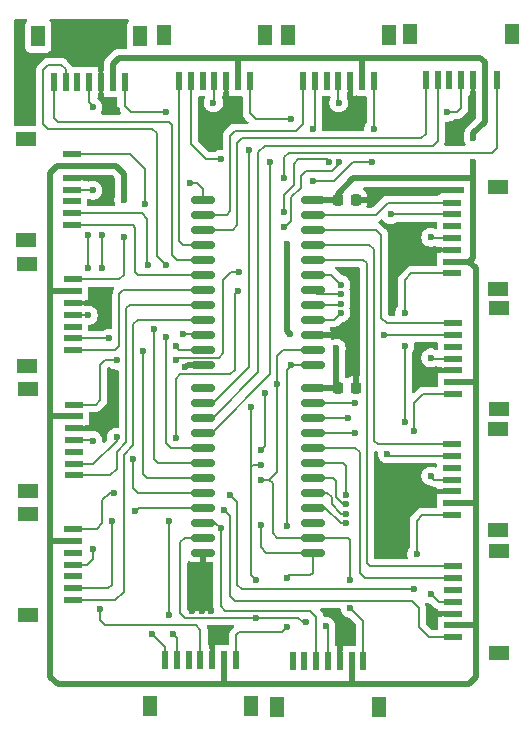
<source format=gbr>
%TF.GenerationSoftware,KiCad,Pcbnew,9.0.0*%
%TF.CreationDate,2025-04-21T19:22:59+08:00*%
%TF.ProjectId,transform,7472616e-7366-46f7-926d-2e6b69636164,rev?*%
%TF.SameCoordinates,Original*%
%TF.FileFunction,Copper,L1,Top*%
%TF.FilePolarity,Positive*%
%FSLAX46Y46*%
G04 Gerber Fmt 4.6, Leading zero omitted, Abs format (unit mm)*
G04 Created by KiCad (PCBNEW 9.0.0) date 2025-04-21 19:22:59*
%MOMM*%
%LPD*%
G01*
G04 APERTURE LIST*
G04 Aperture macros list*
%AMRoundRect*
0 Rectangle with rounded corners*
0 $1 Rounding radius*
0 $2 $3 $4 $5 $6 $7 $8 $9 X,Y pos of 4 corners*
0 Add a 4 corners polygon primitive as box body*
4,1,4,$2,$3,$4,$5,$6,$7,$8,$9,$2,$3,0*
0 Add four circle primitives for the rounded corners*
1,1,$1+$1,$2,$3*
1,1,$1+$1,$4,$5*
1,1,$1+$1,$6,$7*
1,1,$1+$1,$8,$9*
0 Add four rect primitives between the rounded corners*
20,1,$1+$1,$2,$3,$4,$5,0*
20,1,$1+$1,$4,$5,$6,$7,0*
20,1,$1+$1,$6,$7,$8,$9,0*
20,1,$1+$1,$8,$9,$2,$3,0*%
G04 Aperture macros list end*
%TA.AperFunction,SMDPad,CuDef*%
%ADD10R,1.200000X1.800000*%
%TD*%
%TA.AperFunction,SMDPad,CuDef*%
%ADD11R,0.600000X1.550000*%
%TD*%
%TA.AperFunction,SMDPad,CuDef*%
%ADD12R,1.550000X0.600000*%
%TD*%
%TA.AperFunction,SMDPad,CuDef*%
%ADD13R,1.800000X1.200000*%
%TD*%
%TA.AperFunction,SMDPad,CuDef*%
%ADD14RoundRect,0.150000X-0.875000X-0.150000X0.875000X-0.150000X0.875000X0.150000X-0.875000X0.150000X0*%
%TD*%
%TA.AperFunction,SMDPad,CuDef*%
%ADD15RoundRect,0.225000X-0.225000X-0.250000X0.225000X-0.250000X0.225000X0.250000X-0.225000X0.250000X0*%
%TD*%
%TA.AperFunction,ViaPad*%
%ADD16C,0.600000*%
%TD*%
%TA.AperFunction,Conductor*%
%ADD17C,0.200000*%
%TD*%
%TA.AperFunction,Conductor*%
%ADD18C,0.500000*%
%TD*%
G04 APERTURE END LIST*
D10*
%TO.P,J17,9*%
%TO.N,N/C*%
X76676000Y-79360990D03*
%TO.P,J17,8*%
X85276000Y-79360990D03*
D11*
%TO.P,J17,7,7*%
%TO.N,/SDA6*%
X77976000Y-83235990D03*
%TO.P,J17,6,6*%
%TO.N,/SCK6*%
X78976000Y-83235990D03*
%TO.P,J17,5,5*%
%TO.N,/IRQ6*%
X79976000Y-83235990D03*
%TO.P,J17,4,4*%
%TO.N,/CONFIG*%
X80976000Y-83235990D03*
%TO.P,J17,3,3*%
%TO.N,GND*%
X81976000Y-83235990D03*
%TO.P,J17,2,2*%
%TO.N,+5V*%
X82976000Y-83235990D03*
%TO.P,J17,1,1*%
%TO.N,/OCS6*%
X83976000Y-83235990D03*
%TD*%
D12*
%TO.P,J11,1,1*%
%TO.N,/OCS0*%
X48134320Y-121300000D03*
%TO.P,J11,2,2*%
%TO.N,+5V*%
X48134320Y-122300000D03*
%TO.P,J11,3,3*%
%TO.N,GND*%
X48134320Y-123300000D03*
%TO.P,J11,4,4*%
%TO.N,/CONFIG*%
X48134320Y-124300000D03*
%TO.P,J11,5,5*%
%TO.N,/IRQ0*%
X48134320Y-125300000D03*
%TO.P,J11,6,6*%
%TO.N,/SCK0*%
X48134320Y-126300000D03*
%TO.P,J11,7,7*%
%TO.N,/SDA0*%
X48134320Y-127300000D03*
D13*
%TO.P,J11,8*%
%TO.N,N/C*%
X44259320Y-120000000D03*
%TO.P,J11,9*%
X44259320Y-128600000D03*
%TD*%
D12*
%TO.P,J14,1,1*%
%TO.N,/OCS3*%
X48037330Y-89556990D03*
%TO.P,J14,2,2*%
%TO.N,+5V*%
X48037330Y-90556990D03*
%TO.P,J14,3,3*%
%TO.N,GND*%
X48037330Y-91556990D03*
%TO.P,J14,4,4*%
%TO.N,/CONFIG*%
X48037330Y-92556990D03*
%TO.P,J14,5,5*%
%TO.N,/IRQ3*%
X48037330Y-93556990D03*
%TO.P,J14,6,6*%
%TO.N,/SCK3*%
X48037330Y-94556990D03*
%TO.P,J14,7,7*%
%TO.N,/SDA3*%
X48037330Y-95556990D03*
D13*
%TO.P,J14,8*%
%TO.N,N/C*%
X44162330Y-88256990D03*
%TO.P,J14,9*%
X44162330Y-96856990D03*
%TD*%
%TO.P,J22,9*%
%TO.N,N/C*%
X84157670Y-123154660D03*
%TO.P,J22,8*%
X84157670Y-131754660D03*
D12*
%TO.P,J22,7,7*%
%TO.N,/SDA11*%
X80282670Y-124454660D03*
%TO.P,J22,6,6*%
%TO.N,/SCK11*%
X80282670Y-125454660D03*
%TO.P,J22,5,5*%
%TO.N,/IRQ11*%
X80282670Y-126454660D03*
%TO.P,J22,4,4*%
%TO.N,/CONFIG*%
X80282670Y-127454660D03*
%TO.P,J22,3,3*%
%TO.N,GND*%
X80282670Y-128454660D03*
%TO.P,J22,2,2*%
%TO.N,+5V*%
X80282670Y-129454660D03*
%TO.P,J22,1,1*%
%TO.N,/OCS11*%
X80282670Y-130454660D03*
%TD*%
D13*
%TO.P,J12,9*%
%TO.N,N/C*%
X44322330Y-118056990D03*
%TO.P,J12,8*%
X44322330Y-109456990D03*
D12*
%TO.P,J12,7,7*%
%TO.N,/SDA1*%
X48197330Y-116756990D03*
%TO.P,J12,6,6*%
%TO.N,/SCK1*%
X48197330Y-115756990D03*
%TO.P,J12,5,5*%
%TO.N,/IRQ1*%
X48197330Y-114756990D03*
%TO.P,J12,4,4*%
%TO.N,/CONFIG*%
X48197330Y-113756990D03*
%TO.P,J12,3,3*%
%TO.N,GND*%
X48197330Y-112756990D03*
%TO.P,J12,2,2*%
%TO.N,+5V*%
X48197330Y-111756990D03*
%TO.P,J12,1,1*%
%TO.N,/OCS1*%
X48197330Y-110756990D03*
%TD*%
D13*
%TO.P,J13,9*%
%TO.N,N/C*%
X44242330Y-107456990D03*
%TO.P,J13,8*%
X44242330Y-98856990D03*
D12*
%TO.P,J13,7,7*%
%TO.N,/SDA2*%
X48117330Y-106156990D03*
%TO.P,J13,6,6*%
%TO.N,/SCK2*%
X48117330Y-105156990D03*
%TO.P,J13,5,5*%
%TO.N,/IRQ22*%
X48117330Y-104156990D03*
%TO.P,J13,4,4*%
%TO.N,/CONFIG*%
X48117330Y-103156990D03*
%TO.P,J13,3,3*%
%TO.N,GND*%
X48117330Y-102156990D03*
%TO.P,J13,2,2*%
%TO.N,+5V*%
X48117330Y-101156990D03*
%TO.P,J13,1,1*%
%TO.N,/OCS2*%
X48117330Y-100156990D03*
%TD*%
D10*
%TO.P,J15,9*%
%TO.N,N/C*%
X45173670Y-79560990D03*
%TO.P,J15,8*%
X53773670Y-79560990D03*
D11*
%TO.P,J15,7,7*%
%TO.N,/SDA4*%
X46473670Y-83435990D03*
%TO.P,J15,6,6*%
%TO.N,/SCK4*%
X47473670Y-83435990D03*
%TO.P,J15,5,5*%
%TO.N,/IRQ4*%
X48473670Y-83435990D03*
%TO.P,J15,4,4*%
%TO.N,/CONFIG*%
X49473670Y-83435990D03*
%TO.P,J15,3,3*%
%TO.N,GND*%
X50473670Y-83435990D03*
%TO.P,J15,2,2*%
%TO.N,+5V*%
X51473670Y-83435990D03*
%TO.P,J15,1,1*%
%TO.N,/OCS4*%
X52473670Y-83435990D03*
%TD*%
D10*
%TO.P,J16,9*%
%TO.N,N/C*%
X55773670Y-79480990D03*
%TO.P,J16,8*%
X64373670Y-79480990D03*
D11*
%TO.P,J16,7,7*%
%TO.N,/SDA5*%
X57073670Y-83355990D03*
%TO.P,J16,6,6*%
%TO.N,/SCK5*%
X58073670Y-83355990D03*
%TO.P,J16,5,5*%
%TO.N,/IRQ5*%
X59073670Y-83355990D03*
%TO.P,J16,4,4*%
%TO.N,/CONFIG*%
X60073670Y-83355990D03*
%TO.P,J16,3,3*%
%TO.N,GND*%
X61073670Y-83355990D03*
%TO.P,J16,2,2*%
%TO.N,+5V*%
X62073670Y-83355990D03*
%TO.P,J16,1,1*%
%TO.N,/OCS5*%
X63073670Y-83355990D03*
%TD*%
D14*
%TO.P,U8,24,VCC*%
%TO.N,+5V*%
X68405000Y-93400000D03*
%TO.P,U8,23,I8*%
%TO.N,/SDA8*%
X68405000Y-94670000D03*
%TO.P,U8,22,I9*%
%TO.N,/SDA9*%
X68405000Y-95940000D03*
%TO.P,U8,21,I10*%
%TO.N,/SDA10*%
X68405000Y-97210000D03*
%TO.P,U8,20,I11*%
%TO.N,/SDA11*%
X68405000Y-98480000D03*
%TO.P,U8,19,I12*%
%TO.N,Net-(RN3-R4.2)*%
X68405000Y-99750000D03*
%TO.P,U8,18,I13*%
%TO.N,Net-(RN3-R3.2)*%
X68405000Y-101020000D03*
%TO.P,U8,17,I14*%
%TO.N,Net-(RN3-R2.2)*%
X68405000Y-102290000D03*
%TO.P,U8,16,I15*%
%TO.N,Net-(RN3-R1.2)*%
X68405000Y-103560000D03*
%TO.P,U8,15,~{E}*%
%TO.N,GND*%
X68405000Y-104830000D03*
%TO.P,U8,14,S2*%
%TO.N,/A2*%
X68405000Y-106100000D03*
%TO.P,U8,13,S3*%
%TO.N,/A3*%
X68405000Y-107370000D03*
%TO.P,U8,12,GND*%
%TO.N,GND*%
X59105000Y-107370000D03*
%TO.P,U8,11,S1*%
%TO.N,/A1*%
X59105000Y-106100000D03*
%TO.P,U8,10,S0*%
%TO.N,/A0*%
X59105000Y-104830000D03*
%TO.P,U8,9,I0*%
%TO.N,/SDA0*%
X59105000Y-103560000D03*
%TO.P,U8,8,I1*%
%TO.N,/SDA1*%
X59105000Y-102290000D03*
%TO.P,U8,7,I2*%
%TO.N,/SDA2*%
X59105000Y-101020000D03*
%TO.P,U8,6,I3*%
%TO.N,/SDA3*%
X59105000Y-99750000D03*
%TO.P,U8,5,I4*%
%TO.N,/SDA4*%
X59105000Y-98480000D03*
%TO.P,U8,4,I5*%
%TO.N,/SDA5*%
X59105000Y-97210000D03*
%TO.P,U8,3,I6*%
%TO.N,/SDA6*%
X59105000Y-95940000D03*
%TO.P,U8,2,I7*%
%TO.N,/SDA7*%
X59105000Y-94670000D03*
%TO.P,U8,1,COM*%
%TO.N,/SDA*%
X59105000Y-93400000D03*
%TD*%
D12*
%TO.P,J21,1,1*%
%TO.N,/OCS10*%
X80186670Y-120110485D03*
%TO.P,J21,2,2*%
%TO.N,+5V*%
X80186670Y-119110485D03*
%TO.P,J21,3,3*%
%TO.N,GND*%
X80186670Y-118110485D03*
%TO.P,J21,4,4*%
%TO.N,/CONFIG*%
X80186670Y-117110485D03*
%TO.P,J21,5,5*%
%TO.N,/IRQ10*%
X80186670Y-116110485D03*
%TO.P,J21,6,6*%
%TO.N,/SCK10*%
X80186670Y-115110485D03*
%TO.P,J21,7,7*%
%TO.N,/SDA10*%
X80186670Y-114110485D03*
D13*
%TO.P,J21,8*%
%TO.N,N/C*%
X84061670Y-121410485D03*
%TO.P,J21,9*%
X84061670Y-112810485D03*
%TD*%
D12*
%TO.P,J20,1,1*%
%TO.N,/OCS9*%
X80290670Y-109854660D03*
%TO.P,J20,2,2*%
%TO.N,+5V*%
X80290670Y-108854660D03*
%TO.P,J20,3,3*%
%TO.N,GND*%
X80290670Y-107854660D03*
%TO.P,J20,4,4*%
%TO.N,/CONFIG*%
X80290670Y-106854660D03*
%TO.P,J20,5,5*%
%TO.N,/IRQ9*%
X80290670Y-105854660D03*
%TO.P,J20,6,6*%
%TO.N,/SCK9*%
X80290670Y-104854660D03*
%TO.P,J20,7,7*%
%TO.N,/SDA9*%
X80290670Y-103854660D03*
D13*
%TO.P,J20,8*%
%TO.N,N/C*%
X84165670Y-111154660D03*
%TO.P,J20,9*%
X84165670Y-102554660D03*
%TD*%
D12*
%TO.P,J19,1,1*%
%TO.N,/OCS8*%
X80194670Y-99654660D03*
%TO.P,J19,2,2*%
%TO.N,+5V*%
X80194670Y-98654660D03*
%TO.P,J19,3,3*%
%TO.N,GND*%
X80194670Y-97654660D03*
%TO.P,J19,4,4*%
%TO.N,/CONFIG*%
X80194670Y-96654660D03*
%TO.P,J19,5,5*%
%TO.N,/IRQ8*%
X80194670Y-95654660D03*
%TO.P,J19,6,6*%
%TO.N,/SCK8*%
X80194670Y-94654660D03*
%TO.P,J19,7,7*%
%TO.N,/SDA8*%
X80194670Y-93654660D03*
D13*
%TO.P,J19,8*%
%TO.N,N/C*%
X84069670Y-100954660D03*
%TO.P,J19,9*%
X84069670Y-92354660D03*
%TD*%
D11*
%TO.P,J18,1,1*%
%TO.N,/OCS7*%
X73576000Y-83331990D03*
%TO.P,J18,2,2*%
%TO.N,+5V*%
X72576000Y-83331990D03*
%TO.P,J18,3,3*%
%TO.N,GND*%
X71576000Y-83331990D03*
%TO.P,J18,4,4*%
%TO.N,/CONFIG*%
X70576000Y-83331990D03*
%TO.P,J18,5,5*%
%TO.N,/IRQ7*%
X69576000Y-83331990D03*
%TO.P,J18,6,6*%
%TO.N,/SCK7*%
X68576000Y-83331990D03*
%TO.P,J18,7,7*%
%TO.N,/SDA7*%
X67576000Y-83331990D03*
D10*
%TO.P,J18,8*%
%TO.N,N/C*%
X74876000Y-79456990D03*
%TO.P,J18,9*%
X66276000Y-79456990D03*
%TD*%
D11*
%TO.P,J10,1,1*%
%TO.N,/SDA*%
X66700000Y-132472670D03*
%TO.P,J10,2,2*%
%TO.N,/SCK*%
X67700000Y-132472670D03*
%TO.P,J10,3,3*%
%TO.N,/A0*%
X68700000Y-132472670D03*
%TO.P,J10,4,4*%
%TO.N,/A1*%
X69700000Y-132472670D03*
%TO.P,J10,5,5*%
%TO.N,GND*%
X70700000Y-132472670D03*
%TO.P,J10,6,6*%
%TO.N,+5V*%
X71700000Y-132472670D03*
%TO.P,J10,7,7*%
%TO.N,/A2*%
X72700000Y-132472670D03*
D10*
%TO.P,J10,8*%
%TO.N,N/C*%
X65400000Y-136347670D03*
%TO.P,J10,9*%
X74000000Y-136347670D03*
%TD*%
D11*
%TO.P,J6,1,1*%
%TO.N,/SDA*%
X55900000Y-132370340D03*
%TO.P,J6,2,2*%
%TO.N,/SCK*%
X56900000Y-132370340D03*
%TO.P,J6,3,3*%
%TO.N,/IRQ*%
X57900000Y-132370340D03*
%TO.P,J6,4,4*%
%TO.N,/CONFIG*%
X58900000Y-132370340D03*
%TO.P,J6,5,5*%
%TO.N,GND*%
X59900000Y-132370340D03*
%TO.P,J6,6,6*%
%TO.N,+5V*%
X60900000Y-132370340D03*
%TO.P,J6,7,7*%
%TO.N,/A3*%
X61900000Y-132370340D03*
D10*
%TO.P,J6,8*%
%TO.N,N/C*%
X54600000Y-136245340D03*
%TO.P,J6,9*%
X63200000Y-136245340D03*
%TD*%
D14*
%TO.P,U9,1,COM*%
%TO.N,/SCK*%
X59120000Y-109320000D03*
%TO.P,U9,2,I7*%
%TO.N,/SCK7*%
X59120000Y-110590000D03*
%TO.P,U9,3,I6*%
%TO.N,/SCK6*%
X59120000Y-111860000D03*
%TO.P,U9,4,I5*%
%TO.N,/SCK5*%
X59120000Y-113130000D03*
%TO.P,U9,5,I4*%
%TO.N,/SCK4*%
X59120000Y-114400000D03*
%TO.P,U9,6,I3*%
%TO.N,/SCK3*%
X59120000Y-115670000D03*
%TO.P,U9,7,I2*%
%TO.N,/SCK2*%
X59120000Y-116940000D03*
%TO.P,U9,8,I1*%
%TO.N,/SCK1*%
X59120000Y-118210000D03*
%TO.P,U9,9,I0*%
%TO.N,/SCK0*%
X59120000Y-119480000D03*
%TO.P,U9,10,S0*%
%TO.N,/A0*%
X59120000Y-120750000D03*
%TO.P,U9,11,S1*%
%TO.N,/A1*%
X59120000Y-122020000D03*
%TO.P,U9,12,GND*%
%TO.N,GND*%
X59120000Y-123290000D03*
%TO.P,U9,13,S3*%
%TO.N,/A3*%
X68420000Y-123290000D03*
%TO.P,U9,14,S2*%
%TO.N,/A2*%
X68420000Y-122020000D03*
%TO.P,U9,15,~{E}*%
%TO.N,GND*%
X68420000Y-120750000D03*
%TO.P,U9,16,I15*%
%TO.N,Net-(RN4-R1.2)*%
X68420000Y-119480000D03*
%TO.P,U9,17,I14*%
%TO.N,Net-(RN4-R2.2)*%
X68420000Y-118210000D03*
%TO.P,U9,18,I13*%
%TO.N,Net-(RN4-R3.2)*%
X68420000Y-116940000D03*
%TO.P,U9,19,I12*%
%TO.N,Net-(RN4-R4.2)*%
X68420000Y-115670000D03*
%TO.P,U9,20,I11*%
%TO.N,/SCK11*%
X68420000Y-114400000D03*
%TO.P,U9,21,I10*%
%TO.N,/SCK10*%
X68420000Y-113130000D03*
%TO.P,U9,22,I9*%
%TO.N,/SCK9*%
X68420000Y-111860000D03*
%TO.P,U9,23,I8*%
%TO.N,/SCK8*%
X68420000Y-110590000D03*
%TO.P,U9,24,VCC*%
%TO.N,+5V*%
X68420000Y-109320000D03*
%TD*%
D15*
%TO.P,C43,1*%
%TO.N,+5V*%
X70504939Y-109320006D03*
%TO.P,C43,2*%
%TO.N,GND*%
X72054939Y-109320006D03*
%TD*%
%TO.P,C42,1*%
%TO.N,+5V*%
X70504939Y-93400002D03*
%TO.P,C42,2*%
%TO.N,GND*%
X72054939Y-93400002D03*
%TD*%
D16*
%TO.N,GND*%
X50800000Y-91800000D03*
X44000000Y-86200000D03*
X44000000Y-84800000D03*
X44000000Y-83600000D03*
X44200000Y-82200000D03*
X48197330Y-112756990D03*
%TO.N,/OCS1*%
X56800000Y-107000000D03*
%TO.N,/A1*%
X56800000Y-105800000D03*
%TO.N,GND*%
X58200000Y-128200000D03*
X59800000Y-128200000D03*
X51000000Y-85800000D03*
X51800000Y-85800000D03*
%TO.N,/CONFIG*%
X49400000Y-96400000D03*
%TO.N,/SDA*%
X50600000Y-96400000D03*
X50600000Y-99200000D03*
%TO.N,/CONFIG*%
X49400000Y-99200000D03*
%TO.N,GND*%
X68480000Y-120780000D03*
X71800000Y-99600000D03*
X72000000Y-101400000D03*
X71800000Y-103600000D03*
X71800000Y-104800000D03*
X71800000Y-106200000D03*
X71800000Y-107600000D03*
X57600000Y-107600000D03*
X51000000Y-103800000D03*
X51000000Y-102400000D03*
X51200000Y-101200000D03*
X78600000Y-129400000D03*
X78400000Y-128400000D03*
X75000000Y-102400000D03*
X75200000Y-99800000D03*
X75200000Y-101200000D03*
X75400000Y-98800000D03*
X76400000Y-97200000D03*
X75400000Y-97400000D03*
X75400000Y-96000000D03*
X76800000Y-96000000D03*
X77400000Y-98000000D03*
X80400000Y-92600000D03*
X79400000Y-92600000D03*
X77000000Y-92800000D03*
X75400000Y-92600000D03*
X73600000Y-92800000D03*
X80400000Y-88000000D03*
X81400000Y-86800000D03*
X82000000Y-85200000D03*
X72600000Y-85200000D03*
X71600000Y-87200000D03*
X50200000Y-81800000D03*
X52400000Y-79600000D03*
X50800000Y-79000000D03*
X48800000Y-79200000D03*
X47000000Y-79000000D03*
X61073670Y-83355990D03*
X60400000Y-87200000D03*
X59800000Y-88400000D03*
X59200000Y-87400000D03*
X48037330Y-91556990D03*
X48117330Y-102156990D03*
X51600000Y-108400000D03*
X51600000Y-110000000D03*
X51600000Y-111800000D03*
X48134320Y-123300000D03*
X60200000Y-129800000D03*
X61000000Y-129800000D03*
X60800000Y-130800000D03*
X59800000Y-130800000D03*
X70200000Y-128400000D03*
X71000000Y-129600000D03*
X71400000Y-130600000D03*
X74200000Y-122600000D03*
X75800000Y-122600000D03*
X76000000Y-120200000D03*
X74200000Y-121200000D03*
X74200000Y-118400000D03*
X75200000Y-119000000D03*
X77000000Y-118800000D03*
X77400000Y-106200000D03*
X77200000Y-107800000D03*
X77200000Y-108800000D03*
%TO.N,/CONFIG*%
X49400000Y-103200000D03*
%TO.N,/IRQ*%
X57900000Y-132370340D03*
%TO.N,Net-(RN3-R1.2)*%
X70800000Y-103000009D03*
%TO.N,Net-(RN3-R2.2)*%
X70800000Y-102200006D03*
%TO.N,Net-(RN3-R3.2)*%
X70800000Y-101400003D03*
%TO.N,Net-(RN3-R4.2)*%
X70800000Y-100600000D03*
%TO.N,Net-(RN4-R1.2)*%
X71200000Y-120800000D03*
%TO.N,Net-(RN4-R2.2)*%
X71200000Y-120000000D03*
%TO.N,Net-(RN4-R3.2)*%
X71200000Y-119200000D03*
%TO.N,Net-(RN4-R4.2)*%
X71200000Y-118400000D03*
%TO.N,+5V*%
X68420000Y-109320000D03*
X66469980Y-104800000D03*
X66200000Y-97200000D03*
X70400000Y-106000000D03*
X72000000Y-91600000D03*
X52400000Y-93400000D03*
%TO.N,/SDA*%
X54800000Y-130200000D03*
X58000000Y-92000000D03*
%TO.N,/SCK*%
X56600000Y-130200000D03*
X56200000Y-128600000D03*
X56200000Y-120600000D03*
X59120000Y-109320000D03*
%TO.N,/OCS7*%
X73400000Y-90200000D03*
X68400000Y-91800000D03*
%TO.N,/OCS4*%
X70600000Y-90200000D03*
%TO.N,/OCS5*%
X69800000Y-90200000D03*
%TO.N,/OCS4*%
X66000000Y-95736750D03*
%TO.N,/OCS5*%
X66000000Y-94466750D03*
%TO.N,/OCS7*%
X73576000Y-87424971D03*
%TO.N,/A3*%
X66200000Y-129600000D03*
X66200000Y-125400000D03*
%TO.N,/A1*%
X63600000Y-128800000D03*
%TO.N,/A2*%
X71600000Y-128000000D03*
X71600000Y-125600000D03*
%TO.N,/A0*%
X60600000Y-121200000D03*
%TO.N,/A1*%
X69500000Y-129500000D03*
X67800000Y-129200000D03*
X63600000Y-125600000D03*
X63200000Y-111000000D03*
%TO.N,/A0*%
X64400000Y-109800000D03*
%TO.N,/A1*%
X64050000Y-115866750D03*
%TO.N,/A0*%
X64050000Y-114596750D03*
X57400000Y-104800000D03*
%TO.N,/A2*%
X65400000Y-109000000D03*
%TO.N,/A3*%
X66600000Y-107400000D03*
X66200000Y-121000000D03*
%TO.N,/A2*%
X64050000Y-117136750D03*
%TO.N,/A3*%
X64050000Y-120946750D03*
%TO.N,/OCS1*%
X62200000Y-99546750D03*
%TO.N,/OCS0*%
X62100000Y-101100000D03*
%TO.N,/CONFIG*%
X49800000Y-123000000D03*
X50400000Y-128100000D03*
%TO.N,+5V*%
X82000000Y-90200000D03*
X82000000Y-88200000D03*
%TO.N,/CONFIG*%
X49800000Y-92600000D03*
X49800000Y-113800000D03*
%TO.N,/OCS4*%
X56000000Y-85999000D03*
%TO.N,/CONFIG*%
X49800000Y-85600000D03*
X60000000Y-85200000D03*
X70600000Y-85200000D03*
X79800000Y-86000000D03*
X78400000Y-96600000D03*
X78400000Y-106800000D03*
X78400000Y-126800000D03*
X78400000Y-116800000D03*
%TO.N,/IRQ1*%
X48197330Y-114756990D03*
%TO.N,/IRQ0*%
X48134320Y-125300000D03*
%TO.N,/IRQ11*%
X80282670Y-126454660D03*
%TO.N,/IRQ10*%
X80186670Y-116110485D03*
%TO.N,/IRQ9*%
X80290670Y-105854660D03*
%TO.N,/IRQ8*%
X80194670Y-95654660D03*
%TO.N,/IRQ6*%
X79976000Y-83235990D03*
%TO.N,/IRQ7*%
X69576000Y-83331990D03*
%TO.N,/IRQ5*%
X59073670Y-83355990D03*
%TO.N,/IRQ4*%
X48480000Y-83450000D03*
%TO.N,/IRQ3*%
X48037330Y-93556990D03*
%TO.N,/IRQ22*%
X48117330Y-104156990D03*
%TO.N,/OCS10*%
X61400000Y-118406750D03*
X77000000Y-126400000D03*
%TO.N,/OCS0*%
X56800000Y-113600000D03*
%TO.N,/OCS8*%
X76200000Y-103000000D03*
X76200000Y-105800000D03*
X76200000Y-112200000D03*
%TO.N,/OCS9*%
X77000000Y-113000000D03*
%TO.N,/OCS10*%
X77200000Y-123400000D03*
%TO.N,/OCS11*%
X60876750Y-119676750D03*
%TO.N,/OCS0*%
X51599000Y-118200000D03*
%TO.N,/OCS1*%
X51799000Y-107000000D03*
%TO.N,/OCS2*%
X52400000Y-96600000D03*
%TO.N,/SCK3*%
X54433607Y-98950000D03*
%TO.N,/OCS3*%
X54201516Y-93795276D03*
%TO.N,/OCS5*%
X66600000Y-86600000D03*
%TO.N,/OCS6*%
X66000000Y-91600000D03*
%TO.N,/SCK0*%
X51400000Y-120600000D03*
X53400000Y-119800000D03*
%TO.N,/SCK1*%
X51799000Y-113509343D03*
X53200001Y-115331370D03*
%TO.N,/SCK2*%
X51198000Y-105156990D03*
X54000000Y-106200000D03*
%TO.N,/SCK3*%
X55000000Y-104360000D03*
%TO.N,/SCK4*%
X56000000Y-98950000D03*
X56000000Y-105000000D03*
%TO.N,/SCK5*%
X64800000Y-90200000D03*
X60600000Y-90000000D03*
%TO.N,/SCK7*%
X68400000Y-87400000D03*
X63000000Y-89200000D03*
%TO.N,/SCK8*%
X72000000Y-110590000D03*
%TO.N,/SCK9*%
X71400000Y-111860000D03*
%TO.N,/SCK10*%
X72000000Y-113130000D03*
X74700000Y-114910485D03*
%TO.N,/SCK9*%
X74399000Y-104854660D03*
%TO.N,/SCK8*%
X75000000Y-94654660D03*
%TO.N,GND*%
X59000000Y-128200000D03*
%TD*%
D17*
%TO.N,/SCK3*%
X53956990Y-94558990D02*
X53956990Y-94556990D01*
X54399000Y-95001000D02*
X53956990Y-94558990D01*
%TO.N,/CONFIG*%
X49400000Y-99200000D02*
X49400000Y-96400000D01*
%TO.N,/SDA*%
X50600000Y-96400000D02*
X50600000Y-99200000D01*
D18*
%TO.N,+5V*%
X70400000Y-109215067D02*
X70504939Y-109320006D01*
X70400000Y-106000000D02*
X70400000Y-109215067D01*
%TO.N,GND*%
X57830000Y-107370000D02*
X57600000Y-107600000D01*
X59105000Y-107370000D02*
X57830000Y-107370000D01*
D17*
%TO.N,/SCK3*%
X54433607Y-98950000D02*
X54399000Y-98915393D01*
X54399000Y-98915393D02*
X54399000Y-95001000D01*
%TO.N,/SCK4*%
X47473670Y-82358990D02*
X47473670Y-83435990D01*
X46000000Y-82000000D02*
X47114680Y-82000000D01*
X45600000Y-87000000D02*
X45600000Y-82400000D01*
X47114680Y-82000000D02*
X47473670Y-82358990D01*
X54800000Y-87400000D02*
X46000000Y-87400000D01*
X46000000Y-87400000D02*
X45600000Y-87000000D01*
X55200000Y-98150000D02*
X55200000Y-87800000D01*
X56000000Y-98950000D02*
X55200000Y-98150000D01*
X45600000Y-82400000D02*
X46000000Y-82000000D01*
X55200000Y-87800000D02*
X54800000Y-87400000D01*
D18*
%TO.N,+5V*%
X72600000Y-81400000D02*
X62000000Y-81400000D01*
D17*
%TO.N,/CONFIG*%
X48160340Y-103200000D02*
X48117330Y-103156990D01*
X49400000Y-103200000D02*
X48160340Y-103200000D01*
%TO.N,Net-(RN3-R1.2)*%
X70240009Y-103560000D02*
X70800000Y-103000009D01*
X68405000Y-103560000D02*
X70240009Y-103560000D01*
%TO.N,Net-(RN3-R2.2)*%
X70710006Y-102290000D02*
X70800000Y-102200006D01*
X68405000Y-102290000D02*
X70710006Y-102290000D01*
%TO.N,Net-(RN3-R3.2)*%
X68785003Y-101400003D02*
X70800000Y-101400003D01*
X68405000Y-101020000D02*
X68785003Y-101400003D01*
%TO.N,Net-(RN3-R4.2)*%
X69950000Y-99750000D02*
X70800000Y-100600000D01*
X68405000Y-99750000D02*
X69950000Y-99750000D01*
%TO.N,Net-(RN4-R1.2)*%
X70800000Y-120800000D02*
X71200000Y-120800000D01*
X68420000Y-119480000D02*
X69480000Y-119480000D01*
X69480000Y-119480000D02*
X70800000Y-120800000D01*
%TO.N,Net-(RN4-R2.2)*%
X70000000Y-119200000D02*
X70800000Y-120000000D01*
X70000000Y-118600000D02*
X70000000Y-119200000D01*
X69610000Y-118210000D02*
X70000000Y-118600000D01*
X68420000Y-118210000D02*
X69610000Y-118210000D01*
X70800000Y-120000000D02*
X71200000Y-120000000D01*
%TO.N,Net-(RN4-R3.2)*%
X71000000Y-119200000D02*
X71200000Y-119200000D01*
X70400000Y-118600000D02*
X71000000Y-119200000D01*
X70400000Y-117200000D02*
X70400000Y-118600000D01*
X68420000Y-116940000D02*
X70140000Y-116940000D01*
X70140000Y-116940000D02*
X70400000Y-117200000D01*
%TO.N,Net-(RN4-R4.2)*%
X70940000Y-115670000D02*
X71200000Y-115930000D01*
X71200000Y-115930000D02*
X71200000Y-118400000D01*
X68420000Y-115670000D02*
X70940000Y-115670000D01*
%TO.N,/A1*%
X63200000Y-111000000D02*
X63200000Y-116000000D01*
%TO.N,/A0*%
X64400000Y-114246750D02*
X64050000Y-114596750D01*
X64400000Y-109800000D02*
X64400000Y-114246750D01*
%TO.N,/A2*%
X65900000Y-106100000D02*
X68405000Y-106100000D01*
X65400000Y-109000000D02*
X65400000Y-116473500D01*
X65400000Y-116473500D02*
X64736750Y-117136750D01*
X65400000Y-106600000D02*
X65900000Y-106100000D01*
X65400000Y-109000000D02*
X65400000Y-106600000D01*
%TO.N,/SCK5*%
X64800000Y-108200000D02*
X59870000Y-113130000D01*
X59870000Y-113130000D02*
X59120000Y-113130000D01*
X64800000Y-90200000D02*
X64800000Y-108200000D01*
%TO.N,/SCK6*%
X78976000Y-88424000D02*
X78976000Y-83235990D01*
X64374029Y-88825971D02*
X78574029Y-88825971D01*
X63800000Y-89400000D02*
X64374029Y-88825971D01*
X78574029Y-88825971D02*
X78976000Y-88424000D01*
X63800000Y-108000000D02*
X63800000Y-89400000D01*
X59120000Y-111860000D02*
X59940000Y-111860000D01*
X59940000Y-111860000D02*
X63800000Y-108000000D01*
%TO.N,/SCK7*%
X59130000Y-110600000D02*
X59120000Y-110590000D01*
X63000000Y-107600000D02*
X60000000Y-110600000D01*
X63000000Y-89200000D02*
X63000000Y-107600000D01*
X60000000Y-110600000D02*
X59130000Y-110600000D01*
D18*
%TO.N,+5V*%
X66200000Y-104530020D02*
X66469980Y-104800000D01*
X66200000Y-97200000D02*
X66200000Y-104530020D01*
X72000000Y-91600000D02*
X82000000Y-91600000D01*
X71800000Y-91600000D02*
X72000000Y-91600000D01*
X70504939Y-92895061D02*
X71800000Y-91600000D01*
X70504939Y-93400002D02*
X70504939Y-92895061D01*
X82000000Y-91600000D02*
X82000000Y-98309320D01*
D17*
%TO.N,/OCS7*%
X71800000Y-90200000D02*
X73400000Y-90200000D01*
X70200000Y-91800000D02*
X71800000Y-90200000D01*
X68400000Y-91800000D02*
X70200000Y-91800000D01*
D18*
%TO.N,+5V*%
X70504937Y-93400000D02*
X70504939Y-93400002D01*
X68405000Y-93400000D02*
X70504937Y-93400000D01*
X70504933Y-109320000D02*
X70504939Y-109320006D01*
X68420000Y-109320000D02*
X70504933Y-109320000D01*
X52400000Y-91200000D02*
X51756990Y-90556990D01*
X51756990Y-90556990D02*
X48037330Y-90556990D01*
X52400000Y-93400000D02*
X52400000Y-91200000D01*
D17*
%TO.N,/SDA*%
X55900000Y-131300000D02*
X55900000Y-132370340D01*
X54800000Y-130200000D02*
X55900000Y-131300000D01*
%TO.N,/SCK1*%
X49843010Y-115756990D02*
X48197330Y-115756990D01*
X51799000Y-113801000D02*
X49843010Y-115756990D01*
X51799000Y-113509343D02*
X51799000Y-113801000D01*
X53610000Y-118210000D02*
X59120000Y-118210000D01*
X53200000Y-117800000D02*
X53610000Y-118210000D01*
X53200001Y-115331370D02*
X53200000Y-115331371D01*
X53200000Y-115331371D02*
X53200000Y-117800000D01*
%TO.N,/OCS0*%
X50100000Y-121300000D02*
X48134320Y-121300000D01*
X50600000Y-118800000D02*
X50600000Y-120800000D01*
X50600000Y-120800000D02*
X50100000Y-121300000D01*
X51200000Y-118200000D02*
X50600000Y-118800000D01*
X51599000Y-118200000D02*
X51200000Y-118200000D01*
%TO.N,/SDA*%
X58600000Y-92000000D02*
X59105000Y-92505000D01*
X59105000Y-92505000D02*
X59105000Y-93400000D01*
X58000000Y-92000000D02*
X58600000Y-92000000D01*
%TO.N,/CONFIG*%
X58900000Y-129800000D02*
X58900000Y-132370340D01*
X58500000Y-129400000D02*
X58900000Y-129800000D01*
X50800000Y-129400000D02*
X58500000Y-129400000D01*
X50400000Y-129000000D02*
X50800000Y-129400000D01*
X50400000Y-128100000D02*
X50400000Y-129000000D01*
%TO.N,/SCK2*%
X51198000Y-105156990D02*
X48117330Y-105156990D01*
%TO.N,/OCS3*%
X52956990Y-89556990D02*
X48037330Y-89556990D01*
X54201516Y-90801516D02*
X52956990Y-89556990D01*
X54201516Y-93795276D02*
X54201516Y-90801516D01*
%TO.N,/SCK*%
X56900000Y-130500000D02*
X56900000Y-132370340D01*
X56600000Y-130200000D02*
X56900000Y-130500000D01*
X56200000Y-120600000D02*
X56200000Y-128600000D01*
%TO.N,/OCS4*%
X70600000Y-90400000D02*
X70600000Y-90200000D01*
X70000000Y-91000000D02*
X70600000Y-90400000D01*
X67800000Y-91000000D02*
X70000000Y-91000000D01*
X67400000Y-91400000D02*
X67800000Y-91000000D01*
X66600000Y-93200000D02*
X67400000Y-92400000D01*
X66600000Y-95200000D02*
X66600000Y-93200000D01*
X67400000Y-92400000D02*
X67400000Y-91400000D01*
X66063250Y-95736750D02*
X66600000Y-95200000D01*
X66000000Y-95736750D02*
X66063250Y-95736750D01*
%TO.N,/OCS5*%
X69600000Y-90000000D02*
X69800000Y-90200000D01*
X66800000Y-90400000D02*
X67200000Y-90000000D01*
X66800000Y-92200000D02*
X66800000Y-90400000D01*
X66000000Y-93000000D02*
X66800000Y-92200000D01*
X66000000Y-94466750D02*
X66000000Y-93000000D01*
X67200000Y-90000000D02*
X69600000Y-90000000D01*
%TO.N,/OCS7*%
X73576000Y-83331990D02*
X73576000Y-87424971D01*
%TO.N,/SCK5*%
X58073670Y-88673670D02*
X58073670Y-83355990D01*
X59400000Y-90000000D02*
X58073670Y-88673670D01*
X60600000Y-90000000D02*
X59400000Y-90000000D01*
%TO.N,/A3*%
X61900000Y-130300000D02*
X61900000Y-132370340D01*
X62200000Y-130000000D02*
X61900000Y-130300000D01*
X65800000Y-130000000D02*
X62200000Y-130000000D01*
X66200000Y-129600000D02*
X65800000Y-130000000D01*
X66400000Y-125200000D02*
X66200000Y-125400000D01*
X68200000Y-125200000D02*
X66400000Y-125200000D01*
X68420000Y-123290000D02*
X68420000Y-124980000D01*
X68420000Y-124980000D02*
X68200000Y-125200000D01*
%TO.N,/A1*%
X63600000Y-128800000D02*
X57600000Y-128800000D01*
X57200000Y-122400000D02*
X57580000Y-122020000D01*
X67200000Y-128800000D02*
X63600000Y-128800000D01*
X57600000Y-128800000D02*
X57200000Y-128400000D01*
X67600000Y-129200000D02*
X67200000Y-128800000D01*
X57200000Y-128400000D02*
X57200000Y-122400000D01*
X67800000Y-129200000D02*
X67600000Y-129200000D01*
X57580000Y-122020000D02*
X59120000Y-122020000D01*
X69700000Y-132472670D02*
X69700000Y-129700000D01*
X69700000Y-129700000D02*
X69500000Y-129500000D01*
%TO.N,/A2*%
X72700000Y-129100000D02*
X71600000Y-128000000D01*
X72700000Y-132472670D02*
X72700000Y-129100000D01*
X71600000Y-122200000D02*
X71600000Y-125600000D01*
X71420000Y-122020000D02*
X71600000Y-122200000D01*
X68420000Y-122020000D02*
X71420000Y-122020000D01*
%TO.N,/OCS11*%
X77400000Y-128000000D02*
X77400000Y-129600000D01*
X76800000Y-127400000D02*
X77400000Y-128000000D01*
X78254660Y-130454660D02*
X80282670Y-130454660D01*
X61800000Y-127400000D02*
X76800000Y-127400000D01*
X61400000Y-127000000D02*
X61800000Y-127400000D01*
X77400000Y-129600000D02*
X78254660Y-130454660D01*
X61400000Y-120200000D02*
X61400000Y-127000000D01*
X60876750Y-119676750D02*
X61400000Y-120200000D01*
%TO.N,/A0*%
X61000000Y-128200000D02*
X68200000Y-128200000D01*
X60600000Y-127800000D02*
X61000000Y-128200000D01*
X60600000Y-121200000D02*
X60600000Y-127800000D01*
X68700000Y-128700000D02*
X68700000Y-132472670D01*
X60150000Y-120750000D02*
X60600000Y-121200000D01*
X59120000Y-120750000D02*
X60150000Y-120750000D01*
X68200000Y-128200000D02*
X68700000Y-128700000D01*
%TO.N,/A1*%
X63333250Y-115866750D02*
X63200000Y-116000000D01*
X64050000Y-115866750D02*
X63333250Y-115866750D01*
X63200000Y-116200000D02*
X63200000Y-116000000D01*
X63200000Y-116200000D02*
X63200000Y-125000000D01*
X63200000Y-125200000D02*
X63600000Y-125600000D01*
X63200000Y-125000000D02*
X63200000Y-125200000D01*
%TO.N,/SCK3*%
X55000000Y-115400000D02*
X55270000Y-115670000D01*
X55270000Y-115670000D02*
X59120000Y-115670000D01*
X55000000Y-104360000D02*
X55000000Y-115400000D01*
%TO.N,/A0*%
X59075000Y-104800000D02*
X59105000Y-104830000D01*
X57400000Y-104800000D02*
X59075000Y-104800000D01*
%TO.N,/OCS0*%
X57200000Y-108200000D02*
X56800000Y-108600000D01*
X61400000Y-108200000D02*
X57200000Y-108200000D01*
X61800000Y-107800000D02*
X61400000Y-108200000D01*
X62100000Y-101100000D02*
X61800000Y-101400000D01*
X61800000Y-101400000D02*
X61800000Y-107800000D01*
X56800000Y-108600000D02*
X56800000Y-113600000D01*
%TO.N,/A3*%
X66200000Y-107800000D02*
X66200000Y-121000000D01*
X66630000Y-107370000D02*
X66200000Y-107800000D01*
X68405000Y-107370000D02*
X66630000Y-107370000D01*
%TO.N,/A2*%
X65000000Y-121600000D02*
X65420000Y-122020000D01*
X65000000Y-117400000D02*
X65000000Y-121600000D01*
X65420000Y-122020000D02*
X68420000Y-122020000D01*
X64736750Y-117136750D02*
X65000000Y-117400000D01*
X64050000Y-117136750D02*
X64736750Y-117136750D01*
%TO.N,/A3*%
X64490000Y-123290000D02*
X68420000Y-123290000D01*
X64050000Y-122850000D02*
X64490000Y-123290000D01*
X64050000Y-120946750D02*
X64050000Y-122850000D01*
%TO.N,/OCS1*%
X50043010Y-110756990D02*
X48197330Y-110756990D01*
X50800000Y-107000000D02*
X50400000Y-107400000D01*
X50400000Y-110400000D02*
X50043010Y-110756990D01*
X51799000Y-107000000D02*
X50800000Y-107000000D01*
X50400000Y-107400000D02*
X50400000Y-110400000D01*
D18*
%TO.N,+5V*%
X82200000Y-129400000D02*
X82200000Y-133800000D01*
X82200000Y-129000000D02*
X82200000Y-119200000D01*
X82145340Y-129454660D02*
X82200000Y-129400000D01*
X80282670Y-129454660D02*
X82145340Y-129454660D01*
X46800000Y-134400000D02*
X46200000Y-133800000D01*
X61000000Y-134400000D02*
X46800000Y-134400000D01*
X46200000Y-133800000D02*
X46200000Y-129600000D01*
X60900000Y-134300000D02*
X61000000Y-134400000D01*
X60900000Y-132370340D02*
X60900000Y-134300000D01*
X61800000Y-134400000D02*
X61000000Y-134400000D01*
X82200000Y-133800000D02*
X81600000Y-134400000D01*
X81600000Y-134400000D02*
X71800000Y-134400000D01*
X82200000Y-129000000D02*
X82200000Y-129400000D01*
X71700000Y-134300000D02*
X71800000Y-134400000D01*
X71700000Y-132472670D02*
X71700000Y-134300000D01*
X71800000Y-134400000D02*
X71047670Y-134400000D01*
X48134320Y-122300000D02*
X46300000Y-122300000D01*
X46300000Y-122300000D02*
X46200000Y-122200000D01*
X46200000Y-122200000D02*
X46200000Y-129600000D01*
X46200000Y-121640680D02*
X46200000Y-122200000D01*
X82000000Y-87800000D02*
X82000000Y-88200000D01*
X82976000Y-86824000D02*
X82000000Y-87800000D01*
X82976000Y-83235990D02*
X82976000Y-86824000D01*
X82000000Y-98309320D02*
X81654660Y-98654660D01*
X82000000Y-90200000D02*
X82000000Y-91600000D01*
X46243010Y-101156990D02*
X46200000Y-101200000D01*
X46200000Y-101200000D02*
X46200000Y-111800000D01*
X48117330Y-101156990D02*
X46243010Y-101156990D01*
X46243010Y-111756990D02*
X46200000Y-111800000D01*
X48197330Y-111756990D02*
X46243010Y-111756990D01*
X46200000Y-91119320D02*
X46200000Y-101200000D01*
X46762330Y-90556990D02*
X46200000Y-91119320D01*
X48037330Y-90556990D02*
X46762330Y-90556990D01*
X46200000Y-111800000D02*
X46200000Y-121640680D01*
X82600000Y-81400000D02*
X72600000Y-81400000D01*
X82976000Y-81776000D02*
X82600000Y-81400000D01*
X82976000Y-83235990D02*
X82976000Y-81776000D01*
X72576000Y-81424000D02*
X72600000Y-81400000D01*
X72576000Y-83331990D02*
X72576000Y-81424000D01*
X62073670Y-81473670D02*
X62000000Y-81400000D01*
X62000000Y-81400000D02*
X52000000Y-81400000D01*
X62073670Y-83355990D02*
X62073670Y-81473670D01*
X51473670Y-81926330D02*
X51473670Y-83435990D01*
X52000000Y-81400000D02*
X51473670Y-81926330D01*
X80186670Y-119110485D02*
X82110485Y-119110485D01*
X82200000Y-119200000D02*
X82200000Y-109000000D01*
X82110485Y-119110485D02*
X82200000Y-119200000D01*
X82054660Y-108854660D02*
X82200000Y-109000000D01*
X82200000Y-109000000D02*
X82200000Y-99200000D01*
X80290670Y-108854660D02*
X82054660Y-108854660D01*
X81654660Y-98654660D02*
X80194670Y-98654660D01*
X82200000Y-99200000D02*
X81654660Y-98654660D01*
D17*
%TO.N,/CONFIG*%
X49473670Y-85126330D02*
X49473670Y-83435990D01*
X49800000Y-85452660D02*
X49473670Y-85126330D01*
X49800000Y-85600000D02*
X49800000Y-85452660D01*
X49756990Y-92556990D02*
X49800000Y-92600000D01*
X48037330Y-92556990D02*
X49756990Y-92556990D01*
%TO.N,/SDA1*%
X51798000Y-114752058D02*
X52599000Y-113951058D01*
X51798000Y-116202000D02*
X51798000Y-114752058D01*
X51243010Y-116756990D02*
X51798000Y-116202000D01*
X48197330Y-116756990D02*
X51243010Y-116756990D01*
X52599000Y-113951058D02*
X52599000Y-102601000D01*
X52599000Y-102601000D02*
X52910000Y-102290000D01*
X52910000Y-102290000D02*
X59105000Y-102290000D01*
%TO.N,/SDA2*%
X52380000Y-101020000D02*
X59105000Y-101020000D01*
X51998000Y-101402000D02*
X52380000Y-101020000D01*
X51998000Y-105802000D02*
X51998000Y-101402000D01*
X48117330Y-106156990D02*
X51643010Y-106156990D01*
X51643010Y-106156990D02*
X51998000Y-105802000D01*
%TO.N,/SDA0*%
X51700000Y-127300000D02*
X48134320Y-127300000D01*
X52400000Y-119000000D02*
X52400000Y-126600000D01*
X52399000Y-118999000D02*
X52400000Y-119000000D01*
X52399000Y-115001000D02*
X52399000Y-118999000D01*
X53600000Y-103560000D02*
X53200000Y-103960000D01*
X53200000Y-114200000D02*
X52399000Y-115001000D01*
X53200000Y-103960000D02*
X53200000Y-114200000D01*
X59105000Y-103560000D02*
X53600000Y-103560000D01*
X52400000Y-126600000D02*
X51700000Y-127300000D01*
%TO.N,/CONFIG*%
X49756990Y-113756990D02*
X49800000Y-113800000D01*
X48197330Y-113756990D02*
X49756990Y-113756990D01*
%TO.N,/OCS2*%
X52043010Y-100156990D02*
X48117330Y-100156990D01*
X52400000Y-99800000D02*
X52043010Y-100156990D01*
X52400000Y-96600000D02*
X52400000Y-99800000D01*
%TO.N,/SDA3*%
X53600000Y-99750000D02*
X59105000Y-99750000D01*
X53400000Y-99550000D02*
X53600000Y-99750000D01*
X53156990Y-95556990D02*
X53400000Y-95800000D01*
X48037330Y-95556990D02*
X53156990Y-95556990D01*
X53400000Y-95800000D02*
X53400000Y-99550000D01*
%TO.N,/OCS4*%
X52999000Y-85999000D02*
X52473670Y-85473670D01*
X52473670Y-85473670D02*
X52473670Y-83435990D01*
X56000000Y-85999000D02*
X52999000Y-85999000D01*
%TO.N,/SDA4*%
X56880000Y-98480000D02*
X59105000Y-98480000D01*
X56472670Y-87072670D02*
X56472670Y-98072670D01*
X56199000Y-86799000D02*
X56472670Y-87072670D01*
X46799000Y-86799000D02*
X56199000Y-86799000D01*
X56472670Y-98072670D02*
X56880000Y-98480000D01*
X46473670Y-83435990D02*
X46473670Y-86473670D01*
X46473670Y-86473670D02*
X46799000Y-86799000D01*
%TO.N,/CONFIG*%
X60073670Y-85126330D02*
X60000000Y-85200000D01*
X60073670Y-83355990D02*
X60073670Y-85126330D01*
X70576000Y-85176000D02*
X70600000Y-85200000D01*
X70576000Y-83331990D02*
X70576000Y-85176000D01*
X80976000Y-85624000D02*
X80976000Y-83235990D01*
X80600000Y-86000000D02*
X80976000Y-85624000D01*
X79800000Y-86000000D02*
X80600000Y-86000000D01*
X78454660Y-96654660D02*
X78400000Y-96600000D01*
X80194670Y-96654660D02*
X78454660Y-96654660D01*
X78454660Y-106854660D02*
X78400000Y-106800000D01*
X80290670Y-106854660D02*
X78454660Y-106854660D01*
X78400000Y-116800000D02*
X78710485Y-117110485D01*
X78710485Y-117110485D02*
X80186670Y-117110485D01*
X79054660Y-127454660D02*
X78400000Y-126800000D01*
X80282670Y-127454660D02*
X79054660Y-127454660D01*
%TO.N,/SCK8*%
X75000000Y-94654660D02*
X80194670Y-94654660D01*
%TO.N,/OCS10*%
X62000000Y-119000000D02*
X61406750Y-118406750D01*
X62000000Y-126000000D02*
X62000000Y-119000000D01*
X77000000Y-126400000D02*
X62400000Y-126400000D01*
X62400000Y-126400000D02*
X62000000Y-126000000D01*
%TO.N,/SCK0*%
X51100000Y-126300000D02*
X48134320Y-126300000D01*
X51400000Y-126000000D02*
X51100000Y-126300000D01*
X51400000Y-120600000D02*
X51400000Y-126000000D01*
%TO.N,/OCS8*%
X76745340Y-99654660D02*
X80194670Y-99654660D01*
X76200000Y-100200000D02*
X76745340Y-99654660D01*
X76200000Y-103000000D02*
X76200000Y-100200000D01*
X76200000Y-112200000D02*
X76200000Y-105800000D01*
%TO.N,/SCK9*%
X74399000Y-104854660D02*
X80290670Y-104854660D01*
%TO.N,/OCS9*%
X77745340Y-109854660D02*
X80290670Y-109854660D01*
X77000000Y-110600000D02*
X77745340Y-109854660D01*
X77000000Y-113000000D02*
X77000000Y-110600000D01*
%TO.N,/SCK10*%
X74700000Y-114910485D02*
X74900000Y-115110485D01*
X74900000Y-115110485D02*
X80186670Y-115110485D01*
%TO.N,/OCS10*%
X77689515Y-120110485D02*
X80186670Y-120110485D01*
X77200000Y-120600000D02*
X77689515Y-120110485D01*
X77200000Y-123400000D02*
X77200000Y-120600000D01*
%TO.N,/SCK8*%
X68420000Y-110590000D02*
X72000000Y-110590000D01*
%TO.N,/SCK9*%
X71400000Y-111860000D02*
X68420000Y-111860000D01*
%TO.N,/SCK10*%
X72000000Y-113130000D02*
X68420000Y-113130000D01*
%TO.N,/OCS5*%
X63073670Y-86073670D02*
X63073670Y-83355990D01*
X63600000Y-86600000D02*
X63073670Y-86073670D01*
X66600000Y-86600000D02*
X63600000Y-86600000D01*
%TO.N,/OCS6*%
X66373029Y-89426971D02*
X83573029Y-89426971D01*
X83976000Y-89024000D02*
X83976000Y-83235990D01*
X66000000Y-89800000D02*
X66373029Y-89426971D01*
X83573029Y-89426971D02*
X83976000Y-89024000D01*
X66000000Y-91600000D02*
X66000000Y-89800000D01*
%TO.N,/SCK0*%
X53720000Y-119480000D02*
X53400000Y-119800000D01*
X59120000Y-119480000D02*
X53720000Y-119480000D01*
%TO.N,/SCK2*%
X54000000Y-116600000D02*
X54000000Y-106200000D01*
X54340000Y-116940000D02*
X54000000Y-116600000D01*
X59120000Y-116940000D02*
X54340000Y-116940000D01*
%TO.N,/SCK3*%
X53956990Y-94556990D02*
X48037330Y-94556990D01*
%TO.N,/SCK4*%
X56000000Y-114000000D02*
X56000000Y-105000000D01*
X56400000Y-114400000D02*
X56000000Y-114000000D01*
X59120000Y-114400000D02*
X56400000Y-114400000D01*
%TO.N,/SDA6*%
X77976000Y-87824000D02*
X77976000Y-83235990D01*
X62400000Y-88224971D02*
X77575029Y-88224971D01*
X77575029Y-88224971D02*
X77976000Y-87824000D01*
X62024971Y-88600000D02*
X62400000Y-88224971D01*
X62024971Y-95575029D02*
X62024971Y-88600000D01*
X61660000Y-95940000D02*
X62024971Y-95575029D01*
X59105000Y-95940000D02*
X61660000Y-95940000D01*
%TO.N,/SCK7*%
X68400000Y-87352000D02*
X68576000Y-87176000D01*
X68576000Y-87176000D02*
X68576000Y-83331990D01*
X68400000Y-87400000D02*
X68400000Y-87352000D01*
%TO.N,/SDA5*%
X57073670Y-96873670D02*
X57410000Y-97210000D01*
X57073670Y-83355990D02*
X57073670Y-96873670D01*
X57410000Y-97210000D02*
X59105000Y-97210000D01*
%TO.N,/SCK11*%
X72854660Y-125454660D02*
X80282670Y-125454660D01*
X72397000Y-124997000D02*
X72854660Y-125454660D01*
X72397000Y-114800000D02*
X72397000Y-124997000D01*
X68420000Y-114400000D02*
X71997000Y-114400000D01*
X71997000Y-114400000D02*
X72397000Y-114800000D01*
%TO.N,/SDA11*%
X72998000Y-124198000D02*
X73254660Y-124454660D01*
X73254660Y-124454660D02*
X80282670Y-124454660D01*
X72678000Y-98480000D02*
X72998000Y-98800000D01*
X68405000Y-98480000D02*
X72678000Y-98480000D01*
X72998000Y-98800000D02*
X72998000Y-124198000D01*
%TO.N,/SDA10*%
X73910485Y-114110485D02*
X80186670Y-114110485D01*
X73599000Y-97600000D02*
X73599000Y-113799000D01*
X73209000Y-97210000D02*
X73599000Y-97600000D01*
X73599000Y-113799000D02*
X73910485Y-114110485D01*
X68405000Y-97210000D02*
X73209000Y-97210000D01*
%TO.N,/SDA8*%
X74745340Y-93654660D02*
X80194670Y-93654660D01*
X73730000Y-94670000D02*
X74745340Y-93654660D01*
X68405000Y-94670000D02*
X73730000Y-94670000D01*
%TO.N,/SDA9*%
X74654660Y-103854660D02*
X80290670Y-103854660D01*
X73740000Y-95940000D02*
X74200000Y-96400000D01*
X74200000Y-96400000D02*
X74200000Y-103400000D01*
X68405000Y-95940000D02*
X73740000Y-95940000D01*
X74200000Y-103400000D02*
X74654660Y-103854660D01*
%TO.N,/SDA7*%
X67000000Y-87600000D02*
X67576000Y-87024000D01*
X61400000Y-88000000D02*
X61800000Y-87600000D01*
X61400000Y-94400000D02*
X61400000Y-88000000D01*
X61800000Y-87600000D02*
X67000000Y-87600000D01*
X61130000Y-94670000D02*
X61400000Y-94400000D01*
X67576000Y-87024000D02*
X67576000Y-83331990D01*
X59105000Y-94670000D02*
X61130000Y-94670000D01*
D18*
%TO.N,+5V*%
X61800000Y-134400000D02*
X71047670Y-134400000D01*
D17*
%TO.N,/CONFIG*%
X49800000Y-123000000D02*
X49800000Y-123800000D01*
X49800000Y-123800000D02*
X49300000Y-124300000D01*
X49300000Y-124300000D02*
X48134320Y-124300000D01*
%TO.N,/A1*%
X57100000Y-106100000D02*
X59105000Y-106100000D01*
X56800000Y-105800000D02*
X57100000Y-106100000D01*
%TO.N,/OCS1*%
X60800000Y-100200000D02*
X60800000Y-106400000D01*
X60800000Y-106400000D02*
X60431000Y-106769000D01*
X60431000Y-106769000D02*
X57031000Y-106769000D01*
X57031000Y-106769000D02*
X56800000Y-107000000D01*
X62200000Y-99546750D02*
X61453250Y-99546750D01*
X61453250Y-99546750D02*
X60800000Y-100200000D01*
%TD*%
%TA.AperFunction,Conductor*%
%TO.N,GND*%
G36*
X70749191Y-128020185D02*
G01*
X70794946Y-128072989D01*
X70803769Y-128100308D01*
X70830261Y-128233491D01*
X70830264Y-128233501D01*
X70890602Y-128379172D01*
X70890609Y-128379185D01*
X70978210Y-128510288D01*
X70978213Y-128510292D01*
X71089707Y-128621786D01*
X71089711Y-128621789D01*
X71220814Y-128709390D01*
X71220827Y-128709397D01*
X71321907Y-128751265D01*
X71366503Y-128769737D01*
X71431147Y-128782595D01*
X71521849Y-128800638D01*
X71583760Y-128833023D01*
X71585339Y-128834574D01*
X72063181Y-129312416D01*
X72096666Y-129373739D01*
X72099500Y-129400097D01*
X72099500Y-131073170D01*
X72079815Y-131140209D01*
X72027011Y-131185964D01*
X71975500Y-131197170D01*
X71352129Y-131197170D01*
X71352123Y-131197171D01*
X71292517Y-131203578D01*
X71242616Y-131222190D01*
X71172925Y-131227173D01*
X71155953Y-131222189D01*
X71107383Y-131204073D01*
X71107372Y-131204071D01*
X71047844Y-131197670D01*
X70950000Y-131197670D01*
X70950000Y-131449600D01*
X70942182Y-131492933D01*
X70905908Y-131590187D01*
X70899501Y-131649786D01*
X70899500Y-131649797D01*
X70899500Y-132348671D01*
X70896950Y-132357356D01*
X70898239Y-132366317D01*
X70887261Y-132390353D01*
X70879817Y-132415709D01*
X70872974Y-132421637D01*
X70869214Y-132429873D01*
X70846982Y-132444159D01*
X70827013Y-132461464D01*
X70816497Y-132463751D01*
X70810436Y-132467647D01*
X70775501Y-132472670D01*
X70624499Y-132472670D01*
X70557460Y-132452985D01*
X70511705Y-132400181D01*
X70500499Y-132348670D01*
X70500499Y-131649799D01*
X70500498Y-131649793D01*
X70500497Y-131649786D01*
X70494091Y-131590187D01*
X70478160Y-131547475D01*
X70457818Y-131492933D01*
X70450000Y-131449600D01*
X70450000Y-131197670D01*
X70424500Y-131197670D01*
X70357461Y-131177985D01*
X70311706Y-131125181D01*
X70300500Y-131073670D01*
X70300500Y-129789639D01*
X70300500Y-129779061D01*
X70300501Y-129779058D01*
X70300501Y-129620943D01*
X70298909Y-129615006D01*
X70298781Y-129600848D01*
X70300534Y-129594667D01*
X70300851Y-129584995D01*
X70299903Y-129584902D01*
X70300500Y-129578843D01*
X70300500Y-129421155D01*
X70300499Y-129421153D01*
X70291068Y-129373739D01*
X70269737Y-129266503D01*
X70269735Y-129266498D01*
X70209397Y-129120827D01*
X70209390Y-129120814D01*
X70121789Y-128989711D01*
X70121786Y-128989707D01*
X70010292Y-128878213D01*
X70010288Y-128878210D01*
X69879185Y-128790609D01*
X69879172Y-128790602D01*
X69733501Y-128730264D01*
X69733489Y-128730261D01*
X69578845Y-128699500D01*
X69578842Y-128699500D01*
X69421158Y-128699500D01*
X69416699Y-128699500D01*
X69349660Y-128679815D01*
X69303905Y-128627011D01*
X69296924Y-128607595D01*
X69296660Y-128606609D01*
X69259577Y-128468216D01*
X69259573Y-128468209D01*
X69180524Y-128331290D01*
X69180518Y-128331282D01*
X69061417Y-128212181D01*
X69027932Y-128150858D01*
X69032916Y-128081166D01*
X69074788Y-128025233D01*
X69140252Y-128000816D01*
X69149098Y-128000500D01*
X70682152Y-128000500D01*
X70749191Y-128020185D01*
G37*
%TD.AperFunction*%
%TA.AperFunction,Conductor*%
G36*
X61717941Y-129420185D02*
G01*
X61763696Y-129472989D01*
X61773640Y-129542147D01*
X61744615Y-129605703D01*
X61738583Y-129612181D01*
X61419481Y-129931282D01*
X61419480Y-129931284D01*
X61376761Y-130005276D01*
X61340423Y-130068215D01*
X61299499Y-130220943D01*
X61299499Y-130220945D01*
X61299499Y-130389046D01*
X61299500Y-130389059D01*
X61299500Y-130970840D01*
X61279815Y-131037879D01*
X61227011Y-131083634D01*
X61175500Y-131094840D01*
X60552129Y-131094840D01*
X60552123Y-131094841D01*
X60492517Y-131101248D01*
X60442616Y-131119860D01*
X60372925Y-131124843D01*
X60355953Y-131119859D01*
X60307383Y-131101743D01*
X60307372Y-131101741D01*
X60247844Y-131095340D01*
X60150000Y-131095340D01*
X60150000Y-131347270D01*
X60142182Y-131390603D01*
X60105908Y-131487857D01*
X60099501Y-131547456D01*
X60099500Y-131547467D01*
X60099500Y-132246341D01*
X60096950Y-132255026D01*
X60098239Y-132263987D01*
X60087261Y-132288023D01*
X60079817Y-132313379D01*
X60072974Y-132319307D01*
X60069214Y-132327543D01*
X60046982Y-132341829D01*
X60027013Y-132359134D01*
X60016497Y-132361421D01*
X60010436Y-132365317D01*
X59975501Y-132370340D01*
X59824499Y-132370340D01*
X59757460Y-132350655D01*
X59711705Y-132297851D01*
X59700499Y-132246340D01*
X59700499Y-131547469D01*
X59700498Y-131547463D01*
X59700497Y-131547456D01*
X59694091Y-131487857D01*
X59694089Y-131487852D01*
X59657818Y-131390603D01*
X59650000Y-131347270D01*
X59650000Y-131095340D01*
X59624500Y-131095340D01*
X59557461Y-131075655D01*
X59511706Y-131022851D01*
X59500500Y-130971340D01*
X59500500Y-129720942D01*
X59500205Y-129719840D01*
X59500108Y-129719481D01*
X59482606Y-129654161D01*
X59459577Y-129568216D01*
X59458608Y-129566539D01*
X59456013Y-129556972D01*
X59456577Y-129529647D01*
X59453658Y-129502472D01*
X59457287Y-129495222D01*
X59457455Y-129487117D01*
X59472703Y-129464434D01*
X59484939Y-129439996D01*
X59491911Y-129435859D01*
X59496435Y-129429131D01*
X59521525Y-129418292D01*
X59545031Y-129404349D01*
X59557399Y-129402795D01*
X59560576Y-129401424D01*
X59563926Y-129401976D01*
X59575686Y-129400500D01*
X61650902Y-129400500D01*
X61717941Y-129420185D01*
G37*
%TD.AperFunction*%
%TA.AperFunction,Conductor*%
G36*
X78081411Y-127534491D02*
G01*
X78166503Y-127569737D01*
X78231147Y-127582595D01*
X78321849Y-127600638D01*
X78383760Y-127633023D01*
X78385339Y-127634574D01*
X78569799Y-127819034D01*
X78569809Y-127819045D01*
X78574139Y-127823375D01*
X78574140Y-127823376D01*
X78685944Y-127935180D01*
X78760477Y-127978211D01*
X78822875Y-128014237D01*
X78922673Y-128040977D01*
X78929306Y-128043603D01*
X78951445Y-128060874D01*
X78975423Y-128075489D01*
X78978622Y-128082074D01*
X78984396Y-128086579D01*
X78993684Y-128113081D01*
X79005953Y-128138336D01*
X79007021Y-128151133D01*
X79007506Y-128152516D01*
X79007232Y-128153662D01*
X79007670Y-128158900D01*
X79007670Y-128204660D01*
X79259601Y-128204660D01*
X79302934Y-128212478D01*
X79400187Y-128248751D01*
X79400186Y-128248751D01*
X79407114Y-128249495D01*
X79459797Y-128255160D01*
X80158671Y-128255159D01*
X80167356Y-128257709D01*
X80176317Y-128256421D01*
X80200353Y-128267398D01*
X80225709Y-128274843D01*
X80231637Y-128281685D01*
X80239873Y-128285446D01*
X80254159Y-128307677D01*
X80271464Y-128327647D01*
X80273751Y-128338162D01*
X80277647Y-128344224D01*
X80282670Y-128379159D01*
X80282670Y-128530160D01*
X80262985Y-128597199D01*
X80210181Y-128642954D01*
X80158670Y-128654160D01*
X79459799Y-128654160D01*
X79459793Y-128654161D01*
X79400186Y-128660568D01*
X79302934Y-128696842D01*
X79259601Y-128704660D01*
X79007670Y-128704660D01*
X79007670Y-128802504D01*
X79014071Y-128862032D01*
X79014073Y-128862043D01*
X79032189Y-128910613D01*
X79037173Y-128980304D01*
X79032190Y-128997276D01*
X79013580Y-129047173D01*
X79013579Y-129047177D01*
X79007170Y-129106787D01*
X79007170Y-129440423D01*
X79007171Y-129730160D01*
X78987487Y-129797199D01*
X78934683Y-129842954D01*
X78883171Y-129854160D01*
X78554758Y-129854160D01*
X78487719Y-129834475D01*
X78467077Y-129817841D01*
X78036819Y-129387583D01*
X78003334Y-129326260D01*
X78000500Y-129299902D01*
X78000500Y-127920946D01*
X78000499Y-127920939D01*
X77989669Y-127880520D01*
X77959577Y-127768215D01*
X77959575Y-127768212D01*
X77959575Y-127768210D01*
X77959574Y-127768209D01*
X77926575Y-127711054D01*
X77910101Y-127643154D01*
X77932953Y-127577127D01*
X77987873Y-127533936D01*
X78057427Y-127527294D01*
X78081411Y-127534491D01*
G37*
%TD.AperFunction*%
%TA.AperFunction,Conductor*%
G36*
X59313039Y-123309685D02*
G01*
X59358794Y-123362489D01*
X59370000Y-123414000D01*
X59370000Y-124090000D01*
X59875500Y-124090000D01*
X59942539Y-124109685D01*
X59988294Y-124162489D01*
X59999500Y-124214000D01*
X59999500Y-127713330D01*
X59999499Y-127713348D01*
X59999499Y-127879054D01*
X59999498Y-127879054D01*
X59999499Y-127879057D01*
X60038667Y-128025233D01*
X60042527Y-128039636D01*
X60040186Y-128040263D01*
X60046346Y-128097505D01*
X60015077Y-128159987D01*
X59954991Y-128195645D01*
X59924314Y-128199500D01*
X57924500Y-128199500D01*
X57857461Y-128179815D01*
X57811706Y-128127011D01*
X57800500Y-128075500D01*
X57800500Y-124149680D01*
X57820185Y-124082641D01*
X57872989Y-124036886D01*
X57942147Y-124026942D01*
X57977174Y-124039274D01*
X57977646Y-124038185D01*
X57984806Y-124041283D01*
X58142504Y-124087099D01*
X58142510Y-124087100D01*
X58179350Y-124089999D01*
X58179366Y-124090000D01*
X58870000Y-124090000D01*
X58870000Y-123414000D01*
X58889685Y-123346961D01*
X58942489Y-123301206D01*
X58994000Y-123290000D01*
X59246000Y-123290000D01*
X59313039Y-123309685D01*
G37*
%TD.AperFunction*%
%TA.AperFunction,Conductor*%
G36*
X73754586Y-114690395D02*
G01*
X73807707Y-114704629D01*
X73867366Y-114740993D01*
X73897895Y-114803839D01*
X73898648Y-114825551D01*
X73899500Y-114825551D01*
X73899500Y-114989331D01*
X73930261Y-115143974D01*
X73930264Y-115143986D01*
X73990602Y-115289657D01*
X73990609Y-115289670D01*
X74078210Y-115420773D01*
X74078213Y-115420777D01*
X74189707Y-115532271D01*
X74189711Y-115532274D01*
X74320814Y-115619875D01*
X74320827Y-115619882D01*
X74466498Y-115680220D01*
X74466503Y-115680222D01*
X74596992Y-115706178D01*
X74621153Y-115710984D01*
X74621156Y-115710985D01*
X74621158Y-115710985D01*
X74778844Y-115710985D01*
X74784902Y-115710388D01*
X74784938Y-115710761D01*
X74800862Y-115709266D01*
X74815012Y-115709396D01*
X74820943Y-115710986D01*
X74979058Y-115710986D01*
X74979062Y-115710985D01*
X78787170Y-115710985D01*
X78854209Y-115730670D01*
X78899964Y-115783474D01*
X78911170Y-115834985D01*
X78911170Y-115959699D01*
X78891485Y-116026738D01*
X78838681Y-116072493D01*
X78769523Y-116082437D01*
X78739718Y-116074260D01*
X78633501Y-116030264D01*
X78633489Y-116030261D01*
X78478845Y-115999500D01*
X78478842Y-115999500D01*
X78321158Y-115999500D01*
X78321155Y-115999500D01*
X78166510Y-116030261D01*
X78166498Y-116030264D01*
X78020827Y-116090602D01*
X78020814Y-116090609D01*
X77889711Y-116178210D01*
X77889707Y-116178213D01*
X77778213Y-116289707D01*
X77778210Y-116289711D01*
X77690609Y-116420814D01*
X77690602Y-116420827D01*
X77630264Y-116566498D01*
X77630261Y-116566510D01*
X77599500Y-116721153D01*
X77599500Y-116878846D01*
X77630261Y-117033489D01*
X77630264Y-117033501D01*
X77690602Y-117179172D01*
X77690609Y-117179185D01*
X77778210Y-117310288D01*
X77778213Y-117310292D01*
X77889707Y-117421786D01*
X77889711Y-117421789D01*
X78020814Y-117509390D01*
X78020827Y-117509397D01*
X78149497Y-117562693D01*
X78166503Y-117569737D01*
X78304870Y-117597260D01*
X78321153Y-117600499D01*
X78321156Y-117600500D01*
X78321158Y-117600500D01*
X78324989Y-117600500D01*
X78327216Y-117601096D01*
X78327218Y-117601097D01*
X78327217Y-117601097D01*
X78340476Y-117604649D01*
X78354218Y-117603994D01*
X78386978Y-117617108D01*
X78386984Y-117617109D01*
X78412403Y-117631785D01*
X78427368Y-117640425D01*
X78478697Y-117670061D01*
X78478699Y-117670061D01*
X78478700Y-117670062D01*
X78631428Y-117710985D01*
X78787670Y-117710985D01*
X78854709Y-117730670D01*
X78900464Y-117783474D01*
X78911670Y-117834985D01*
X78911670Y-117860485D01*
X79163601Y-117860485D01*
X79206934Y-117868303D01*
X79304187Y-117904576D01*
X79304186Y-117904576D01*
X79311114Y-117905320D01*
X79363797Y-117910985D01*
X80062671Y-117910984D01*
X80071356Y-117913534D01*
X80080317Y-117912246D01*
X80104353Y-117923223D01*
X80129709Y-117930668D01*
X80135637Y-117937510D01*
X80143873Y-117941271D01*
X80158159Y-117963502D01*
X80175464Y-117983472D01*
X80177751Y-117993987D01*
X80181647Y-118000049D01*
X80186670Y-118034984D01*
X80186670Y-118185985D01*
X80166985Y-118253024D01*
X80114181Y-118298779D01*
X80062670Y-118309985D01*
X79363799Y-118309985D01*
X79363793Y-118309986D01*
X79304186Y-118316393D01*
X79206934Y-118352667D01*
X79163601Y-118360485D01*
X78911670Y-118360485D01*
X78911670Y-118458329D01*
X78918071Y-118517857D01*
X78918073Y-118517868D01*
X78936189Y-118566438D01*
X78941173Y-118636129D01*
X78936190Y-118653101D01*
X78922234Y-118690520D01*
X78917579Y-118703002D01*
X78911170Y-118762612D01*
X78911170Y-119104184D01*
X78911171Y-119385985D01*
X78891487Y-119453024D01*
X78838683Y-119498779D01*
X78787171Y-119509985D01*
X77776185Y-119509985D01*
X77776169Y-119509984D01*
X77768573Y-119509984D01*
X77610458Y-119509984D01*
X77534094Y-119530446D01*
X77457729Y-119550908D01*
X77457724Y-119550911D01*
X77320805Y-119629960D01*
X77320797Y-119629966D01*
X76824217Y-120126546D01*
X76824214Y-120126548D01*
X76824215Y-120126549D01*
X76719478Y-120231286D01*
X76719475Y-120231290D01*
X76681972Y-120296249D01*
X76681972Y-120296250D01*
X76640423Y-120368215D01*
X76599499Y-120520943D01*
X76599499Y-120520945D01*
X76599499Y-120689046D01*
X76599500Y-120689059D01*
X76599500Y-122820234D01*
X76579815Y-122887273D01*
X76578602Y-122889125D01*
X76490609Y-123020814D01*
X76490602Y-123020827D01*
X76430264Y-123166498D01*
X76430261Y-123166510D01*
X76399500Y-123321153D01*
X76399500Y-123478846D01*
X76428843Y-123626360D01*
X76430263Y-123633497D01*
X76441477Y-123660569D01*
X76450647Y-123682708D01*
X76458115Y-123752178D01*
X76426839Y-123814657D01*
X76366750Y-123850309D01*
X76336085Y-123854160D01*
X73722500Y-123854160D01*
X73655461Y-123834475D01*
X73609706Y-123781671D01*
X73598500Y-123730160D01*
X73598500Y-114810172D01*
X73618185Y-114743133D01*
X73670989Y-114697378D01*
X73740147Y-114687434D01*
X73754586Y-114690395D01*
G37*
%TD.AperFunction*%
%TA.AperFunction,Conductor*%
G36*
X51237377Y-107605827D02*
G01*
X51256287Y-107606165D01*
X51284504Y-107619665D01*
X51286273Y-107620185D01*
X51288125Y-107621398D01*
X51419814Y-107709390D01*
X51419827Y-107709397D01*
X51565498Y-107769735D01*
X51565503Y-107769737D01*
X51720153Y-107800499D01*
X51720156Y-107800500D01*
X51874500Y-107800500D01*
X51941539Y-107820185D01*
X51987294Y-107872989D01*
X51998500Y-107924500D01*
X51998500Y-112584843D01*
X51978815Y-112651882D01*
X51926011Y-112697637D01*
X51874500Y-112708843D01*
X51720155Y-112708843D01*
X51565510Y-112739604D01*
X51565498Y-112739607D01*
X51419827Y-112799945D01*
X51419814Y-112799952D01*
X51288711Y-112887553D01*
X51288707Y-112887556D01*
X51177213Y-112999050D01*
X51177210Y-112999054D01*
X51089609Y-113130157D01*
X51089602Y-113130170D01*
X51029264Y-113275841D01*
X51029261Y-113275853D01*
X50998500Y-113430496D01*
X50998500Y-113588189D01*
X51012791Y-113660035D01*
X51012083Y-113667941D01*
X51014858Y-113675380D01*
X51009014Y-113702242D01*
X51006564Y-113729627D01*
X51001314Y-113737636D01*
X51000006Y-113743653D01*
X50978855Y-113771907D01*
X50812180Y-113938582D01*
X50750858Y-113972067D01*
X50681167Y-113967083D01*
X50625233Y-113925212D01*
X50600816Y-113859747D01*
X50600500Y-113850901D01*
X50600500Y-113721155D01*
X50600499Y-113721153D01*
X50594164Y-113689304D01*
X50569737Y-113566503D01*
X50563089Y-113550452D01*
X50509397Y-113420827D01*
X50509390Y-113420814D01*
X50421789Y-113289711D01*
X50421786Y-113289707D01*
X50310292Y-113178213D01*
X50310288Y-113178210D01*
X50179185Y-113090609D01*
X50179172Y-113090602D01*
X50033501Y-113030264D01*
X50033489Y-113030261D01*
X49878845Y-112999500D01*
X49878842Y-112999500D01*
X49721158Y-112999500D01*
X49721155Y-112999500D01*
X49572371Y-113029095D01*
X49502780Y-113022868D01*
X49478552Y-113006990D01*
X49220399Y-113006990D01*
X49177066Y-112999172D01*
X49079812Y-112962898D01*
X49079813Y-112962898D01*
X49020213Y-112956491D01*
X49020211Y-112956490D01*
X49020203Y-112956490D01*
X49020195Y-112956490D01*
X48321330Y-112956490D01*
X48312644Y-112953939D01*
X48303683Y-112955228D01*
X48279642Y-112944249D01*
X48254291Y-112936805D01*
X48248363Y-112929964D01*
X48240127Y-112926203D01*
X48225837Y-112903968D01*
X48208536Y-112884001D01*
X48206248Y-112873486D01*
X48202353Y-112867425D01*
X48197330Y-112832490D01*
X48197330Y-112681489D01*
X48217015Y-112614450D01*
X48269819Y-112568695D01*
X48321328Y-112557489D01*
X49020202Y-112557489D01*
X49079813Y-112551081D01*
X49177066Y-112514807D01*
X49220399Y-112506990D01*
X49472330Y-112506990D01*
X49472330Y-112409162D01*
X49472329Y-112409145D01*
X49465928Y-112349617D01*
X49447809Y-112301038D01*
X49442825Y-112231346D01*
X49447806Y-112214381D01*
X49466421Y-112164473D01*
X49472830Y-112104863D01*
X49472829Y-111481489D01*
X49492513Y-111414451D01*
X49545317Y-111368696D01*
X49596829Y-111357490D01*
X49956341Y-111357490D01*
X49956357Y-111357491D01*
X49963953Y-111357491D01*
X50122064Y-111357491D01*
X50122067Y-111357491D01*
X50274795Y-111316567D01*
X50324914Y-111287629D01*
X50411726Y-111237510D01*
X50523530Y-111125706D01*
X50523530Y-111125704D01*
X50533738Y-111115497D01*
X50533740Y-111115494D01*
X50758506Y-110890728D01*
X50758511Y-110890724D01*
X50768714Y-110880520D01*
X50768716Y-110880520D01*
X50880520Y-110768716D01*
X50933900Y-110676259D01*
X50946701Y-110654087D01*
X50946702Y-110654083D01*
X50946711Y-110654069D01*
X50959577Y-110631785D01*
X51000500Y-110479057D01*
X51000500Y-110320943D01*
X51000500Y-107724500D01*
X51020185Y-107657461D01*
X51072989Y-107611706D01*
X51124500Y-107600500D01*
X51219234Y-107600500D01*
X51237377Y-107605827D01*
G37*
%TD.AperFunction*%
%TA.AperFunction,Conductor*%
G36*
X78958209Y-105474845D02*
G01*
X79003964Y-105527649D01*
X79015170Y-105579160D01*
X79015170Y-106016302D01*
X78995485Y-106083341D01*
X78942681Y-106129096D01*
X78873523Y-106139040D01*
X78822279Y-106119404D01*
X78779185Y-106090609D01*
X78779172Y-106090602D01*
X78633501Y-106030264D01*
X78633489Y-106030261D01*
X78478845Y-105999500D01*
X78478842Y-105999500D01*
X78321158Y-105999500D01*
X78321155Y-105999500D01*
X78166510Y-106030261D01*
X78166498Y-106030264D01*
X78020827Y-106090602D01*
X78020814Y-106090609D01*
X77889711Y-106178210D01*
X77889707Y-106178213D01*
X77778213Y-106289707D01*
X77778210Y-106289711D01*
X77690609Y-106420814D01*
X77690602Y-106420827D01*
X77630264Y-106566498D01*
X77630261Y-106566510D01*
X77599500Y-106721153D01*
X77599500Y-106878846D01*
X77630261Y-107033489D01*
X77630264Y-107033501D01*
X77690602Y-107179172D01*
X77690609Y-107179185D01*
X77778210Y-107310288D01*
X77778213Y-107310292D01*
X77889707Y-107421786D01*
X77889711Y-107421789D01*
X78020814Y-107509390D01*
X78020827Y-107509397D01*
X78121907Y-107551265D01*
X78166503Y-107569737D01*
X78310882Y-107598456D01*
X78321153Y-107600499D01*
X78321156Y-107600500D01*
X78321158Y-107600500D01*
X78478844Y-107600500D01*
X78478845Y-107600499D01*
X78633497Y-107569737D01*
X78779179Y-107509394D01*
X78822778Y-107480261D01*
X78889455Y-107459383D01*
X78956835Y-107477867D01*
X79003526Y-107529845D01*
X79015670Y-107583363D01*
X79015670Y-107604660D01*
X79267601Y-107604660D01*
X79310934Y-107612478D01*
X79408187Y-107648751D01*
X79408186Y-107648751D01*
X79415114Y-107649495D01*
X79467797Y-107655160D01*
X80166671Y-107655159D01*
X80175356Y-107657709D01*
X80184317Y-107656421D01*
X80208353Y-107667398D01*
X80233709Y-107674843D01*
X80239637Y-107681685D01*
X80247873Y-107685446D01*
X80262159Y-107707677D01*
X80279464Y-107727647D01*
X80281751Y-107738162D01*
X80285647Y-107744224D01*
X80290670Y-107779159D01*
X80290670Y-107930160D01*
X80270985Y-107997199D01*
X80218181Y-108042954D01*
X80166670Y-108054160D01*
X79467799Y-108054160D01*
X79467793Y-108054161D01*
X79408186Y-108060568D01*
X79310934Y-108096842D01*
X79267601Y-108104660D01*
X79015670Y-108104660D01*
X79015670Y-108202504D01*
X79022071Y-108262032D01*
X79022073Y-108262043D01*
X79040189Y-108310613D01*
X79045173Y-108380304D01*
X79040190Y-108397276D01*
X79024423Y-108439551D01*
X79021579Y-108447177D01*
X79015170Y-108506787D01*
X79015170Y-108848735D01*
X79015171Y-109130160D01*
X78995487Y-109197199D01*
X78942683Y-109242954D01*
X78891171Y-109254160D01*
X77832009Y-109254160D01*
X77831993Y-109254159D01*
X77824397Y-109254159D01*
X77666283Y-109254159D01*
X77586350Y-109275577D01*
X77513556Y-109295082D01*
X77471297Y-109319481D01*
X77471296Y-109319480D01*
X77376627Y-109374137D01*
X77376622Y-109374141D01*
X77012181Y-109738583D01*
X76950858Y-109772068D01*
X76881166Y-109767084D01*
X76825233Y-109725212D01*
X76800816Y-109659748D01*
X76800500Y-109650902D01*
X76800500Y-106379765D01*
X76820185Y-106312726D01*
X76821398Y-106310874D01*
X76825588Y-106304604D01*
X76909394Y-106179179D01*
X76969737Y-106033497D01*
X77000500Y-105878842D01*
X77000500Y-105721158D01*
X77000500Y-105721155D01*
X76977067Y-105603352D01*
X76983294Y-105533760D01*
X77026157Y-105478583D01*
X77092047Y-105455338D01*
X77098684Y-105455160D01*
X78891170Y-105455160D01*
X78958209Y-105474845D01*
G37*
%TD.AperFunction*%
%TA.AperFunction,Conductor*%
G36*
X72340539Y-99100185D02*
G01*
X72386294Y-99152989D01*
X72397500Y-99204500D01*
X72397500Y-108221006D01*
X72377815Y-108288045D01*
X72325011Y-108333800D01*
X72313679Y-108336265D01*
X72304939Y-108345006D01*
X72304939Y-109196006D01*
X72285254Y-109263045D01*
X72232450Y-109308800D01*
X72180939Y-109320006D01*
X71928939Y-109320006D01*
X71861900Y-109300321D01*
X71816145Y-109247517D01*
X71804939Y-109196006D01*
X71804939Y-108345005D01*
X71781632Y-108345006D01*
X71781613Y-108345007D01*
X71682331Y-108355150D01*
X71521457Y-108408458D01*
X71521446Y-108408463D01*
X71377210Y-108497430D01*
X71377204Y-108497434D01*
X71367970Y-108506669D01*
X71360026Y-108511006D01*
X71354602Y-108518252D01*
X71329841Y-108527487D01*
X71306646Y-108540152D01*
X71297618Y-108539505D01*
X71289138Y-108542669D01*
X71263313Y-108537051D01*
X71236954Y-108535165D01*
X71227903Y-108529348D01*
X71220865Y-108527817D01*
X71192611Y-108506666D01*
X71186819Y-108500874D01*
X71153334Y-108439551D01*
X71150500Y-108413193D01*
X71150500Y-106304604D01*
X71159939Y-106257151D01*
X71161178Y-106254160D01*
X71169737Y-106233497D01*
X71200500Y-106078842D01*
X71200500Y-105921158D01*
X71200500Y-105921155D01*
X71200499Y-105921153D01*
X71169737Y-105766503D01*
X71150955Y-105721158D01*
X71109397Y-105620827D01*
X71109390Y-105620814D01*
X71021789Y-105489711D01*
X71021786Y-105489707D01*
X70910292Y-105378213D01*
X70910288Y-105378210D01*
X70779185Y-105290609D01*
X70779172Y-105290602D01*
X70633501Y-105230264D01*
X70633489Y-105230261D01*
X70478845Y-105199500D01*
X70478842Y-105199500D01*
X70321158Y-105199500D01*
X70321155Y-105199500D01*
X70166510Y-105230261D01*
X70166498Y-105230264D01*
X70084116Y-105264388D01*
X70014647Y-105271857D01*
X69952168Y-105240581D01*
X69916516Y-105180492D01*
X69917588Y-105115232D01*
X69927099Y-105082494D01*
X69927100Y-105082488D01*
X69927295Y-105080001D01*
X69927295Y-105080000D01*
X68529000Y-105080000D01*
X68461961Y-105060315D01*
X68416206Y-105007511D01*
X68405000Y-104956000D01*
X68405000Y-104704000D01*
X68424685Y-104636961D01*
X68477489Y-104591206D01*
X68529000Y-104580000D01*
X69927295Y-104580000D01*
X69927295Y-104579998D01*
X69927100Y-104577513D01*
X69881281Y-104419801D01*
X69838594Y-104347621D01*
X69836938Y-104341096D01*
X69832532Y-104336011D01*
X69828456Y-104307664D01*
X69821411Y-104279897D01*
X69823545Y-104273513D01*
X69822588Y-104266853D01*
X69834486Y-104240798D01*
X69843571Y-104213635D01*
X69848816Y-104209420D01*
X69851613Y-104203297D01*
X69875710Y-104187810D01*
X69898037Y-104169871D01*
X69906116Y-104168269D01*
X69910391Y-104165523D01*
X69945326Y-104160500D01*
X70153340Y-104160500D01*
X70153356Y-104160501D01*
X70160952Y-104160501D01*
X70319063Y-104160501D01*
X70319066Y-104160501D01*
X70471794Y-104119577D01*
X70521973Y-104090606D01*
X70521974Y-104090606D01*
X70608718Y-104040524D01*
X70608717Y-104040524D01*
X70608725Y-104040520D01*
X70720529Y-103928716D01*
X70720529Y-103928714D01*
X70730733Y-103918511D01*
X70730739Y-103918504D01*
X70739853Y-103909390D01*
X70814662Y-103834581D01*
X70875984Y-103801097D01*
X70878151Y-103800646D01*
X70878840Y-103800509D01*
X70878842Y-103800509D01*
X71033497Y-103769746D01*
X71177040Y-103710289D01*
X71179172Y-103709406D01*
X71179172Y-103709405D01*
X71179179Y-103709403D01*
X71310289Y-103621798D01*
X71421789Y-103510298D01*
X71509394Y-103379188D01*
X71569737Y-103233506D01*
X71600500Y-103078851D01*
X71600500Y-102921167D01*
X71600500Y-102921164D01*
X71600499Y-102921162D01*
X71569738Y-102766519D01*
X71569737Y-102766512D01*
X71520423Y-102647458D01*
X71512955Y-102577990D01*
X71520421Y-102552560D01*
X71569737Y-102433503D01*
X71600500Y-102278848D01*
X71600500Y-102121164D01*
X71600500Y-102121161D01*
X71600499Y-102121159D01*
X71579273Y-102014450D01*
X71569737Y-101966509D01*
X71520423Y-101847455D01*
X71512955Y-101777987D01*
X71520421Y-101752557D01*
X71569737Y-101633500D01*
X71600500Y-101478845D01*
X71600500Y-101321161D01*
X71600500Y-101321158D01*
X71600499Y-101321156D01*
X71569737Y-101166506D01*
X71520423Y-101047452D01*
X71512955Y-100977984D01*
X71520421Y-100952554D01*
X71569737Y-100833497D01*
X71600500Y-100678842D01*
X71600500Y-100521158D01*
X71600500Y-100521155D01*
X71600499Y-100521153D01*
X71583492Y-100435654D01*
X71569737Y-100366503D01*
X71563109Y-100350501D01*
X71509397Y-100220827D01*
X71509390Y-100220814D01*
X71421789Y-100089711D01*
X71421786Y-100089707D01*
X71310292Y-99978213D01*
X71310288Y-99978210D01*
X71179185Y-99890609D01*
X71179172Y-99890602D01*
X71033501Y-99830264D01*
X71033489Y-99830261D01*
X70878151Y-99799362D01*
X70816240Y-99766977D01*
X70814712Y-99765476D01*
X70430521Y-99381286D01*
X70430520Y-99381284D01*
X70341414Y-99292178D01*
X70319758Y-99252515D01*
X70307932Y-99230858D01*
X70312916Y-99161166D01*
X70327697Y-99141421D01*
X70354788Y-99105232D01*
X70402468Y-99087448D01*
X70420252Y-99080816D01*
X70429098Y-99080500D01*
X72273500Y-99080500D01*
X72340539Y-99100185D01*
G37*
%TD.AperFunction*%
%TA.AperFunction,Conductor*%
G36*
X51507817Y-100761573D02*
G01*
X51522291Y-100760781D01*
X51540672Y-100771220D01*
X51560951Y-100777175D01*
X51570441Y-100788127D01*
X51583046Y-100795286D01*
X51592866Y-100814006D01*
X51606706Y-100829979D01*
X51608768Y-100844323D01*
X51615502Y-100857160D01*
X51613641Y-100878215D01*
X51616650Y-100899137D01*
X51610628Y-100912322D01*
X51609353Y-100926759D01*
X51591924Y-100957449D01*
X51587132Y-100963631D01*
X51517480Y-101033284D01*
X51475916Y-101105276D01*
X51471703Y-101112571D01*
X51471702Y-101112574D01*
X51438423Y-101170214D01*
X51438423Y-101170215D01*
X51397499Y-101322943D01*
X51397499Y-101322945D01*
X51397499Y-101491046D01*
X51397500Y-101491059D01*
X51397500Y-104232490D01*
X51377815Y-104299529D01*
X51325011Y-104345284D01*
X51273500Y-104356490D01*
X51119155Y-104356490D01*
X50964510Y-104387251D01*
X50964498Y-104387254D01*
X50818827Y-104447592D01*
X50818814Y-104447599D01*
X50687125Y-104535592D01*
X50620447Y-104556470D01*
X50618234Y-104556490D01*
X49516830Y-104556490D01*
X49449791Y-104536805D01*
X49404036Y-104484001D01*
X49392830Y-104432490D01*
X49392830Y-104279897D01*
X49392829Y-104119372D01*
X49412513Y-104052334D01*
X49465317Y-104006579D01*
X49492638Y-103997756D01*
X49530010Y-103990321D01*
X49633497Y-103969737D01*
X49746166Y-103923067D01*
X49779172Y-103909397D01*
X49779172Y-103909396D01*
X49779179Y-103909394D01*
X49910289Y-103821789D01*
X50021789Y-103710289D01*
X50109394Y-103579179D01*
X50169737Y-103433497D01*
X50200500Y-103278842D01*
X50200500Y-103121158D01*
X50200500Y-103121155D01*
X50200499Y-103121153D01*
X50192085Y-103078853D01*
X50169737Y-102966503D01*
X50152546Y-102925000D01*
X50109397Y-102820827D01*
X50109390Y-102820814D01*
X50021789Y-102689711D01*
X50021786Y-102689707D01*
X49910292Y-102578213D01*
X49910288Y-102578210D01*
X49779185Y-102490609D01*
X49779172Y-102490602D01*
X49633501Y-102430264D01*
X49633489Y-102430261D01*
X49478845Y-102399500D01*
X49478842Y-102399500D01*
X49321158Y-102399500D01*
X49295482Y-102404607D01*
X49271292Y-102406990D01*
X49140399Y-102406990D01*
X49097066Y-102399172D01*
X48999812Y-102362898D01*
X48999813Y-102362898D01*
X48940213Y-102356491D01*
X48940211Y-102356490D01*
X48940203Y-102356490D01*
X48940195Y-102356490D01*
X48241330Y-102356490D01*
X48232644Y-102353939D01*
X48223683Y-102355228D01*
X48199642Y-102344249D01*
X48174291Y-102336805D01*
X48168363Y-102329964D01*
X48160127Y-102326203D01*
X48145837Y-102303968D01*
X48128536Y-102284001D01*
X48126248Y-102273486D01*
X48122353Y-102267425D01*
X48117330Y-102232490D01*
X48117330Y-102081489D01*
X48137015Y-102014450D01*
X48189819Y-101968695D01*
X48241328Y-101957489D01*
X48940202Y-101957489D01*
X48999813Y-101951081D01*
X49097066Y-101914807D01*
X49140399Y-101906990D01*
X49392330Y-101906990D01*
X49392330Y-101809162D01*
X49392329Y-101809145D01*
X49385928Y-101749617D01*
X49367809Y-101701038D01*
X49362825Y-101631346D01*
X49367806Y-101614381D01*
X49386421Y-101564473D01*
X49392830Y-101504863D01*
X49392829Y-100881489D01*
X49412513Y-100814451D01*
X49465317Y-100768696D01*
X49516829Y-100757490D01*
X51493912Y-100757490D01*
X51507817Y-100761573D01*
G37*
%TD.AperFunction*%
%TA.AperFunction,Conductor*%
G36*
X74258009Y-95065187D02*
G01*
X74284655Y-95067093D01*
X74291664Y-95072339D01*
X74300228Y-95074160D01*
X74319205Y-95092957D01*
X74340589Y-95108964D01*
X74344424Y-95114384D01*
X74378210Y-95164948D01*
X74378213Y-95164952D01*
X74489707Y-95276446D01*
X74489711Y-95276449D01*
X74620814Y-95364050D01*
X74620827Y-95364057D01*
X74766498Y-95424395D01*
X74766503Y-95424397D01*
X74905096Y-95451965D01*
X74921153Y-95455159D01*
X74921156Y-95455160D01*
X74921158Y-95455160D01*
X75078844Y-95455160D01*
X75078845Y-95455159D01*
X75233497Y-95424397D01*
X75379179Y-95364054D01*
X75435691Y-95326294D01*
X75510875Y-95276058D01*
X75577553Y-95255180D01*
X75579766Y-95255160D01*
X78795170Y-95255160D01*
X78862209Y-95274845D01*
X78907964Y-95327649D01*
X78919170Y-95379160D01*
X78919170Y-95763013D01*
X78899485Y-95830052D01*
X78846681Y-95875807D01*
X78777523Y-95885751D01*
X78747718Y-95877574D01*
X78633501Y-95830264D01*
X78633489Y-95830261D01*
X78478845Y-95799500D01*
X78478842Y-95799500D01*
X78321158Y-95799500D01*
X78321155Y-95799500D01*
X78166510Y-95830261D01*
X78166498Y-95830264D01*
X78020827Y-95890602D01*
X78020814Y-95890609D01*
X77889711Y-95978210D01*
X77889707Y-95978213D01*
X77778213Y-96089707D01*
X77778210Y-96089711D01*
X77690609Y-96220814D01*
X77690602Y-96220827D01*
X77630264Y-96366498D01*
X77630261Y-96366510D01*
X77599500Y-96521153D01*
X77599500Y-96678846D01*
X77630261Y-96833489D01*
X77630264Y-96833501D01*
X77690602Y-96979172D01*
X77690609Y-96979185D01*
X77778210Y-97110288D01*
X77778213Y-97110292D01*
X77889707Y-97221786D01*
X77889711Y-97221789D01*
X78020814Y-97309390D01*
X78020827Y-97309397D01*
X78109254Y-97346024D01*
X78166503Y-97369737D01*
X78310882Y-97398456D01*
X78321153Y-97400499D01*
X78321156Y-97400500D01*
X78321158Y-97400500D01*
X78478844Y-97400500D01*
X78478845Y-97400499D01*
X78633497Y-97369737D01*
X78748219Y-97322217D01*
X78817686Y-97314749D01*
X78880166Y-97346024D01*
X78908078Y-97393068D01*
X78919670Y-97404660D01*
X79171601Y-97404660D01*
X79214933Y-97412477D01*
X79250368Y-97425694D01*
X79312187Y-97448751D01*
X79312186Y-97448751D01*
X79319114Y-97449495D01*
X79371797Y-97455160D01*
X80070671Y-97455159D01*
X80079356Y-97457709D01*
X80088317Y-97456421D01*
X80112353Y-97467398D01*
X80137709Y-97474843D01*
X80143637Y-97481685D01*
X80151873Y-97485446D01*
X80166159Y-97507677D01*
X80183464Y-97527647D01*
X80185751Y-97538162D01*
X80189647Y-97544224D01*
X80194670Y-97579159D01*
X80194670Y-97730160D01*
X80174985Y-97797199D01*
X80122181Y-97842954D01*
X80070670Y-97854160D01*
X79371799Y-97854160D01*
X79371793Y-97854161D01*
X79312186Y-97860568D01*
X79214934Y-97896842D01*
X79171601Y-97904660D01*
X78919670Y-97904660D01*
X78919670Y-98002504D01*
X78926071Y-98062032D01*
X78926073Y-98062043D01*
X78944189Y-98110613D01*
X78949173Y-98180304D01*
X78944190Y-98197276D01*
X78925580Y-98247173D01*
X78925579Y-98247177D01*
X78919170Y-98306787D01*
X78919170Y-98622447D01*
X78919171Y-98930160D01*
X78899487Y-98997199D01*
X78846683Y-99042954D01*
X78795171Y-99054160D01*
X76824397Y-99054160D01*
X76666282Y-99054160D01*
X76513555Y-99095083D01*
X76513554Y-99095083D01*
X76513552Y-99095084D01*
X76513549Y-99095085D01*
X76468393Y-99121157D01*
X76468391Y-99121158D01*
X76376630Y-99174135D01*
X76376622Y-99174141D01*
X75719481Y-99831282D01*
X75719479Y-99831285D01*
X75674385Y-99909392D01*
X75674384Y-99909393D01*
X75640423Y-99968214D01*
X75640423Y-99968215D01*
X75599499Y-100120943D01*
X75599499Y-100120945D01*
X75599499Y-100289046D01*
X75599500Y-100289059D01*
X75599500Y-102420234D01*
X75579815Y-102487273D01*
X75578602Y-102489125D01*
X75490609Y-102620814D01*
X75490602Y-102620827D01*
X75430264Y-102766498D01*
X75430261Y-102766510D01*
X75399500Y-102921153D01*
X75399500Y-103078841D01*
X75404896Y-103105970D01*
X75398668Y-103175561D01*
X75355804Y-103230738D01*
X75289914Y-103253982D01*
X75283278Y-103254160D01*
X74954757Y-103254160D01*
X74925316Y-103245515D01*
X74895330Y-103238992D01*
X74890314Y-103235237D01*
X74887718Y-103234475D01*
X74867076Y-103217841D01*
X74836819Y-103187584D01*
X74803334Y-103126261D01*
X74800500Y-103099903D01*
X74800500Y-96320942D01*
X74798431Y-96313220D01*
X74797224Y-96308716D01*
X74759577Y-96168215D01*
X74727311Y-96112329D01*
X74680520Y-96031284D01*
X74568716Y-95919480D01*
X74568715Y-95919479D01*
X74564385Y-95915149D01*
X74564374Y-95915139D01*
X74227590Y-95578355D01*
X74227588Y-95578352D01*
X74108717Y-95459481D01*
X74108712Y-95459477D01*
X74022147Y-95409499D01*
X73999217Y-95385451D01*
X73975600Y-95362059D01*
X73975200Y-95360263D01*
X73973931Y-95358932D01*
X73967640Y-95326291D01*
X73960422Y-95293858D01*
X73961056Y-95292132D01*
X73960708Y-95290325D01*
X73973068Y-95259448D01*
X73984526Y-95228277D01*
X73986115Y-95226859D01*
X73986676Y-95225460D01*
X74009363Y-95203201D01*
X74015481Y-95198575D01*
X74018225Y-95196991D01*
X74098716Y-95150520D01*
X74159707Y-95089528D01*
X74166538Y-95084364D01*
X74191519Y-95074910D01*
X74214963Y-95062109D01*
X74223696Y-95062733D01*
X74231884Y-95059635D01*
X74258009Y-95065187D01*
G37*
%TD.AperFunction*%
%TA.AperFunction,Conductor*%
G36*
X81192539Y-92370185D02*
G01*
X81238294Y-92422989D01*
X81249500Y-92474500D01*
X81249500Y-92746256D01*
X81229815Y-92813295D01*
X81177011Y-92859050D01*
X81107853Y-92868994D01*
X81082174Y-92862441D01*
X81077153Y-92860568D01*
X81017553Y-92854161D01*
X81017551Y-92854160D01*
X81017543Y-92854160D01*
X81017534Y-92854160D01*
X79371799Y-92854160D01*
X79371793Y-92854161D01*
X79312186Y-92860568D01*
X79177341Y-92910862D01*
X79177334Y-92910866D01*
X79062127Y-92997111D01*
X79062121Y-92997117D01*
X79056618Y-93004469D01*
X79000685Y-93046341D01*
X78957350Y-93054160D01*
X74832010Y-93054160D01*
X74831994Y-93054159D01*
X74824398Y-93054159D01*
X74666283Y-93054159D01*
X74592032Y-93074055D01*
X74513554Y-93095083D01*
X74513549Y-93095086D01*
X74376630Y-93174135D01*
X74376622Y-93174141D01*
X73517584Y-94033181D01*
X73456261Y-94066666D01*
X73429903Y-94069500D01*
X73076419Y-94069500D01*
X73009380Y-94049815D01*
X72963625Y-93997011D01*
X72953681Y-93927853D01*
X72958713Y-93906496D01*
X72994794Y-93797608D01*
X73004938Y-93698324D01*
X73004939Y-93698311D01*
X73004939Y-93650002D01*
X72178939Y-93650002D01*
X72111900Y-93630317D01*
X72066145Y-93577513D01*
X72054939Y-93526002D01*
X72054939Y-93274002D01*
X72074624Y-93206963D01*
X72127428Y-93161208D01*
X72178939Y-93150002D01*
X73004938Y-93150002D01*
X73004938Y-93101694D01*
X73004937Y-93101679D01*
X72994794Y-93002394D01*
X72941486Y-92841520D01*
X72941481Y-92841509D01*
X72852514Y-92697273D01*
X72852511Y-92697269D01*
X72732671Y-92577429D01*
X72727004Y-92572948D01*
X72728649Y-92570866D01*
X72690174Y-92528082D01*
X72678957Y-92459119D01*
X72706805Y-92395039D01*
X72764877Y-92356187D01*
X72801999Y-92350500D01*
X81125500Y-92350500D01*
X81192539Y-92370185D01*
G37*
%TD.AperFunction*%
%TA.AperFunction,Conductor*%
G36*
X51461799Y-91327175D02*
G01*
X51482436Y-91343804D01*
X51613182Y-91474549D01*
X51646666Y-91535870D01*
X51649500Y-91562229D01*
X51649500Y-93095396D01*
X51640062Y-93142844D01*
X51630263Y-93166503D01*
X51630262Y-93166506D01*
X51630260Y-93166511D01*
X51599500Y-93321153D01*
X51599500Y-93478846D01*
X51630261Y-93633489D01*
X51630264Y-93633501D01*
X51692937Y-93784808D01*
X51690320Y-93785891D01*
X51702101Y-93842413D01*
X51677115Y-93907663D01*
X51620819Y-93949045D01*
X51578499Y-93956490D01*
X49436830Y-93956490D01*
X49369791Y-93936805D01*
X49324036Y-93884001D01*
X49312830Y-93832490D01*
X49312830Y-93650002D01*
X49312829Y-93450239D01*
X49332513Y-93383202D01*
X49385317Y-93337447D01*
X49454476Y-93327503D01*
X49484281Y-93335680D01*
X49488547Y-93337447D01*
X49566503Y-93369737D01*
X49695303Y-93395357D01*
X49721153Y-93400499D01*
X49721156Y-93400500D01*
X49721158Y-93400500D01*
X49878844Y-93400500D01*
X49878845Y-93400499D01*
X50033497Y-93369737D01*
X50179179Y-93309394D01*
X50310289Y-93221789D01*
X50421789Y-93110289D01*
X50509394Y-92979179D01*
X50569737Y-92833497D01*
X50600500Y-92678842D01*
X50600500Y-92521158D01*
X50600500Y-92521155D01*
X50600499Y-92521153D01*
X50591219Y-92474500D01*
X50569737Y-92366503D01*
X50565464Y-92356187D01*
X50509397Y-92220827D01*
X50509390Y-92220814D01*
X50421789Y-92089711D01*
X50421786Y-92089707D01*
X50310292Y-91978213D01*
X50310288Y-91978210D01*
X50179185Y-91890609D01*
X50179172Y-91890602D01*
X50033501Y-91830264D01*
X50033489Y-91830261D01*
X49878845Y-91799500D01*
X49878842Y-91799500D01*
X49721158Y-91799500D01*
X49721155Y-91799500D01*
X49566510Y-91830261D01*
X49566502Y-91830263D01*
X49479776Y-91866185D01*
X49410306Y-91873652D01*
X49347828Y-91842376D01*
X49344644Y-91839304D01*
X49312330Y-91806990D01*
X49060399Y-91806990D01*
X49017066Y-91799172D01*
X48919812Y-91762898D01*
X48919813Y-91762898D01*
X48860213Y-91756491D01*
X48860211Y-91756490D01*
X48860203Y-91756490D01*
X48860195Y-91756490D01*
X48161330Y-91756490D01*
X48152644Y-91753939D01*
X48143683Y-91755228D01*
X48119642Y-91744249D01*
X48094291Y-91736805D01*
X48088363Y-91729964D01*
X48080127Y-91726203D01*
X48065837Y-91703968D01*
X48048536Y-91684001D01*
X48046248Y-91673486D01*
X48042353Y-91667425D01*
X48037330Y-91632490D01*
X48037330Y-91481489D01*
X48057015Y-91414450D01*
X48109819Y-91368695D01*
X48161328Y-91357489D01*
X48860202Y-91357489D01*
X48919813Y-91351081D01*
X49015726Y-91315308D01*
X49059059Y-91307490D01*
X51394760Y-91307490D01*
X51461799Y-91327175D01*
G37*
%TD.AperFunction*%
%TA.AperFunction,Conductor*%
G36*
X61216210Y-83375675D02*
G01*
X61261965Y-83428479D01*
X61273171Y-83479990D01*
X61273171Y-84178866D01*
X61279578Y-84238471D01*
X61285117Y-84253321D01*
X61315852Y-84335727D01*
X61323670Y-84379058D01*
X61323670Y-84630990D01*
X61421498Y-84630990D01*
X61421514Y-84630989D01*
X61481042Y-84624588D01*
X61481045Y-84624587D01*
X61529619Y-84606470D01*
X61599310Y-84601484D01*
X61616280Y-84606467D01*
X61666187Y-84625081D01*
X61725797Y-84631490D01*
X62349170Y-84631489D01*
X62416209Y-84651173D01*
X62461964Y-84703977D01*
X62473170Y-84755489D01*
X62473170Y-85987000D01*
X62473169Y-85987018D01*
X62473169Y-86152724D01*
X62473168Y-86152724D01*
X62514094Y-86305457D01*
X62521612Y-86318478D01*
X62521613Y-86318480D01*
X62593147Y-86442382D01*
X62593151Y-86442387D01*
X62712019Y-86561255D01*
X62712025Y-86561260D01*
X62938584Y-86787819D01*
X62972069Y-86849142D01*
X62967085Y-86918834D01*
X62925213Y-86974767D01*
X62859749Y-86999184D01*
X62850903Y-86999500D01*
X61720939Y-86999500D01*
X61680628Y-87010301D01*
X61680629Y-87010302D01*
X61568214Y-87040423D01*
X61568209Y-87040426D01*
X61431290Y-87119475D01*
X61431282Y-87119481D01*
X60919481Y-87631282D01*
X60919480Y-87631284D01*
X60875115Y-87708127D01*
X60840423Y-87768215D01*
X60799499Y-87920943D01*
X60799499Y-87920945D01*
X60799499Y-88089046D01*
X60799500Y-88089059D01*
X60799500Y-89075500D01*
X60779815Y-89142539D01*
X60727011Y-89188294D01*
X60675500Y-89199500D01*
X60521155Y-89199500D01*
X60366510Y-89230261D01*
X60366498Y-89230264D01*
X60220827Y-89290602D01*
X60220814Y-89290609D01*
X60089125Y-89378602D01*
X60022447Y-89399480D01*
X60020234Y-89399500D01*
X59700097Y-89399500D01*
X59633058Y-89379815D01*
X59612416Y-89363181D01*
X58710489Y-88461254D01*
X58677004Y-88399931D01*
X58674170Y-88373573D01*
X58674170Y-84755489D01*
X58693855Y-84688450D01*
X58746659Y-84642695D01*
X58798165Y-84631489D01*
X59185126Y-84631489D01*
X59252164Y-84651174D01*
X59297919Y-84703978D01*
X59307863Y-84773136D01*
X59291963Y-84814636D01*
X59293479Y-84815446D01*
X59290602Y-84820827D01*
X59230264Y-84966498D01*
X59230261Y-84966510D01*
X59199500Y-85121153D01*
X59199500Y-85278846D01*
X59230261Y-85433489D01*
X59230264Y-85433501D01*
X59290602Y-85579172D01*
X59290609Y-85579185D01*
X59378210Y-85710288D01*
X59378213Y-85710292D01*
X59489707Y-85821786D01*
X59489711Y-85821789D01*
X59620814Y-85909390D01*
X59620827Y-85909397D01*
X59750675Y-85963181D01*
X59766503Y-85969737D01*
X59916030Y-85999480D01*
X59921153Y-86000499D01*
X59921156Y-86000500D01*
X59921158Y-86000500D01*
X60078844Y-86000500D01*
X60078845Y-86000499D01*
X60233497Y-85969737D01*
X60379179Y-85909394D01*
X60510289Y-85821789D01*
X60621789Y-85710289D01*
X60709394Y-85579179D01*
X60769737Y-85433497D01*
X60800500Y-85278842D01*
X60800500Y-85121158D01*
X60800500Y-85121155D01*
X60800499Y-85121153D01*
X60785802Y-85047269D01*
X60769737Y-84966503D01*
X60709394Y-84820821D01*
X60709390Y-84820815D01*
X60706521Y-84815447D01*
X60708468Y-84814406D01*
X60690560Y-84757188D01*
X60709054Y-84689810D01*
X60761039Y-84643126D01*
X60814541Y-84630990D01*
X60823670Y-84630990D01*
X60823670Y-84379058D01*
X60831487Y-84335727D01*
X60867761Y-84238473D01*
X60874170Y-84178863D01*
X60874169Y-83479988D01*
X60876719Y-83471303D01*
X60875431Y-83462343D01*
X60886408Y-83438306D01*
X60893853Y-83412951D01*
X60900695Y-83407022D01*
X60904456Y-83398787D01*
X60926687Y-83384500D01*
X60946657Y-83367196D01*
X60957172Y-83364908D01*
X60963234Y-83361013D01*
X60998169Y-83355990D01*
X61149171Y-83355990D01*
X61216210Y-83375675D01*
G37*
%TD.AperFunction*%
%TA.AperFunction,Conductor*%
G36*
X82118540Y-83255675D02*
G01*
X82164295Y-83308479D01*
X82175501Y-83359990D01*
X82175501Y-84058866D01*
X82181908Y-84118473D01*
X82217682Y-84214385D01*
X82225500Y-84257718D01*
X82225500Y-86461769D01*
X82205815Y-86528808D01*
X82189181Y-86549450D01*
X81417052Y-87321578D01*
X81417049Y-87321581D01*
X81385555Y-87368715D01*
X81385556Y-87368716D01*
X81334914Y-87444508D01*
X81278343Y-87581082D01*
X81278340Y-87581092D01*
X81249500Y-87726079D01*
X81249500Y-87895396D01*
X81240062Y-87942844D01*
X81233132Y-87959577D01*
X81230262Y-87966506D01*
X81230260Y-87966511D01*
X81199500Y-88121153D01*
X81199500Y-88278846D01*
X81230261Y-88433489D01*
X81230264Y-88433501D01*
X81290602Y-88579172D01*
X81290609Y-88579185D01*
X81326955Y-88633580D01*
X81347833Y-88700258D01*
X81329348Y-88767638D01*
X81277370Y-88814328D01*
X81223853Y-88826471D01*
X79650455Y-88826471D01*
X79583416Y-88806786D01*
X79537661Y-88753982D01*
X79527717Y-88684824D01*
X79533527Y-88663650D01*
X79533473Y-88663636D01*
X79556102Y-88579185D01*
X79576501Y-88503057D01*
X79576501Y-88344943D01*
X79576501Y-88337348D01*
X79576500Y-88337330D01*
X79576500Y-86922820D01*
X79596185Y-86855781D01*
X79648989Y-86810026D01*
X79715031Y-86800530D01*
X79715093Y-86799903D01*
X79717644Y-86800154D01*
X79718147Y-86800082D01*
X79719817Y-86800368D01*
X79721156Y-86800500D01*
X79721158Y-86800500D01*
X79878844Y-86800500D01*
X79878845Y-86800499D01*
X80033497Y-86769737D01*
X80179179Y-86709394D01*
X80179185Y-86709390D01*
X80310875Y-86621398D01*
X80328921Y-86615747D01*
X80344831Y-86605523D01*
X80375792Y-86601071D01*
X80377553Y-86600520D01*
X80379766Y-86600500D01*
X80513331Y-86600500D01*
X80513347Y-86600501D01*
X80520943Y-86600501D01*
X80679054Y-86600501D01*
X80679057Y-86600501D01*
X80831785Y-86559577D01*
X80898328Y-86521158D01*
X80968716Y-86480520D01*
X81080520Y-86368716D01*
X81080520Y-86368714D01*
X81090724Y-86358511D01*
X81090728Y-86358506D01*
X81334506Y-86114728D01*
X81334511Y-86114724D01*
X81344714Y-86104520D01*
X81344716Y-86104520D01*
X81456520Y-85992716D01*
X81525539Y-85873171D01*
X81525540Y-85873170D01*
X81532419Y-85861254D01*
X81535577Y-85855785D01*
X81576500Y-85703058D01*
X81576500Y-85544943D01*
X81576500Y-84634990D01*
X81596185Y-84567951D01*
X81648989Y-84522196D01*
X81700500Y-84510990D01*
X81726000Y-84510990D01*
X81726000Y-84259058D01*
X81733817Y-84215727D01*
X81770091Y-84118473D01*
X81776500Y-84058863D01*
X81776499Y-83359988D01*
X81779049Y-83351303D01*
X81777761Y-83342343D01*
X81788738Y-83318306D01*
X81796183Y-83292951D01*
X81803025Y-83287022D01*
X81806786Y-83278787D01*
X81829017Y-83264500D01*
X81848987Y-83247196D01*
X81859502Y-83244908D01*
X81865564Y-83241013D01*
X81900499Y-83235990D01*
X82051501Y-83235990D01*
X82118540Y-83255675D01*
G37*
%TD.AperFunction*%
%TA.AperFunction,Conductor*%
G36*
X71718540Y-83351675D02*
G01*
X71764295Y-83404479D01*
X71775501Y-83455990D01*
X71775501Y-84154866D01*
X71781908Y-84214471D01*
X71789694Y-84235346D01*
X71818182Y-84311727D01*
X71826000Y-84355058D01*
X71826000Y-84606990D01*
X71923828Y-84606990D01*
X71923844Y-84606989D01*
X71983372Y-84600588D01*
X71983375Y-84600587D01*
X72031949Y-84582470D01*
X72101640Y-84577484D01*
X72118610Y-84582467D01*
X72168517Y-84601081D01*
X72228127Y-84607490D01*
X72851500Y-84607489D01*
X72918539Y-84627173D01*
X72964294Y-84679977D01*
X72975500Y-84731489D01*
X72975500Y-86845205D01*
X72955815Y-86912244D01*
X72954602Y-86914096D01*
X72866609Y-87045785D01*
X72866602Y-87045798D01*
X72806264Y-87191469D01*
X72806261Y-87191481D01*
X72775500Y-87346124D01*
X72775500Y-87500471D01*
X72755815Y-87567510D01*
X72703011Y-87613265D01*
X72651500Y-87624471D01*
X69322627Y-87624471D01*
X69255588Y-87604786D01*
X69209833Y-87551982D01*
X69200192Y-87484935D01*
X69199903Y-87484907D01*
X69200019Y-87483728D01*
X69199889Y-87482824D01*
X69200404Y-87479815D01*
X69200500Y-87478844D01*
X69200500Y-87321155D01*
X69178884Y-87212487D01*
X69176501Y-87188296D01*
X69176501Y-87145285D01*
X69176501Y-87096942D01*
X69176500Y-87096938D01*
X69176500Y-84731489D01*
X69196185Y-84664450D01*
X69248989Y-84618695D01*
X69300495Y-84607489D01*
X69801161Y-84607489D01*
X69868200Y-84627174D01*
X69913955Y-84679978D01*
X69923899Y-84749136D01*
X69904264Y-84800378D01*
X69890611Y-84820811D01*
X69890602Y-84820827D01*
X69830264Y-84966498D01*
X69830261Y-84966510D01*
X69799500Y-85121153D01*
X69799500Y-85278846D01*
X69830261Y-85433489D01*
X69830264Y-85433501D01*
X69890602Y-85579172D01*
X69890609Y-85579185D01*
X69978210Y-85710288D01*
X69978213Y-85710292D01*
X70089707Y-85821786D01*
X70089711Y-85821789D01*
X70220814Y-85909390D01*
X70220827Y-85909397D01*
X70350675Y-85963181D01*
X70366503Y-85969737D01*
X70516030Y-85999480D01*
X70521153Y-86000499D01*
X70521156Y-86000500D01*
X70521158Y-86000500D01*
X70678844Y-86000500D01*
X70678845Y-86000499D01*
X70833497Y-85969737D01*
X70979179Y-85909394D01*
X71110289Y-85821789D01*
X71221789Y-85710289D01*
X71309394Y-85579179D01*
X71369737Y-85433497D01*
X71400500Y-85278842D01*
X71400500Y-85121158D01*
X71400500Y-85121155D01*
X71400499Y-85121153D01*
X71385802Y-85047269D01*
X71369737Y-84966503D01*
X71338300Y-84890606D01*
X71309397Y-84820827D01*
X71309387Y-84820809D01*
X71286934Y-84787205D01*
X71266056Y-84720528D01*
X71284541Y-84653148D01*
X71302355Y-84630633D01*
X71326000Y-84606988D01*
X71326000Y-84355058D01*
X71333817Y-84311727D01*
X71370091Y-84214473D01*
X71376500Y-84154863D01*
X71376499Y-83455988D01*
X71379049Y-83447303D01*
X71377761Y-83438343D01*
X71388738Y-83414306D01*
X71396183Y-83388951D01*
X71403025Y-83383022D01*
X71406786Y-83374787D01*
X71429017Y-83360500D01*
X71448987Y-83343196D01*
X71459502Y-83340908D01*
X71465564Y-83337013D01*
X71500499Y-83331990D01*
X71651501Y-83331990D01*
X71718540Y-83351675D01*
G37*
%TD.AperFunction*%
%TA.AperFunction,Conductor*%
G36*
X44187365Y-78120185D02*
G01*
X44233120Y-78172989D01*
X44243064Y-78242147D01*
X44219592Y-78298811D01*
X44129876Y-78418654D01*
X44129872Y-78418661D01*
X44079578Y-78553507D01*
X44073171Y-78613106D01*
X44073171Y-78613113D01*
X44073170Y-78613125D01*
X44073170Y-80508860D01*
X44073171Y-80508866D01*
X44079578Y-80568473D01*
X44129872Y-80703318D01*
X44129876Y-80703325D01*
X44216122Y-80818534D01*
X44216125Y-80818537D01*
X44331334Y-80904783D01*
X44331341Y-80904787D01*
X44466187Y-80955081D01*
X44466186Y-80955081D01*
X44473114Y-80955825D01*
X44525797Y-80961490D01*
X45821542Y-80961489D01*
X45881153Y-80955081D01*
X46016001Y-80904786D01*
X46131216Y-80818536D01*
X46217466Y-80703321D01*
X46267761Y-80568473D01*
X46274170Y-80508863D01*
X46274169Y-78613118D01*
X46267761Y-78553507D01*
X46260156Y-78533118D01*
X46217467Y-78418661D01*
X46217463Y-78418654D01*
X46127748Y-78298811D01*
X46103330Y-78233347D01*
X46118181Y-78165074D01*
X46167586Y-78115668D01*
X46227014Y-78100500D01*
X52720326Y-78100500D01*
X52787365Y-78120185D01*
X52833120Y-78172989D01*
X52843064Y-78242147D01*
X52819592Y-78298811D01*
X52729876Y-78418654D01*
X52729872Y-78418661D01*
X52679578Y-78553507D01*
X52673171Y-78613106D01*
X52673171Y-78613113D01*
X52673170Y-78613125D01*
X52673170Y-80508860D01*
X52673171Y-80508872D01*
X52673534Y-80512242D01*
X52661130Y-80581002D01*
X52613521Y-80632140D01*
X52550245Y-80649500D01*
X51926080Y-80649500D01*
X51781092Y-80678340D01*
X51781082Y-80678343D01*
X51644509Y-80734913D01*
X51604736Y-80761489D01*
X51604735Y-80761489D01*
X51521589Y-80817043D01*
X51521584Y-80817047D01*
X50890715Y-81447916D01*
X50866835Y-81483657D01*
X50857308Y-81497917D01*
X50832863Y-81534501D01*
X50808584Y-81570837D01*
X50752013Y-81707412D01*
X50752010Y-81707422D01*
X50723170Y-81852409D01*
X50723170Y-82414261D01*
X50715352Y-82457594D01*
X50679578Y-82553507D01*
X50673171Y-82613106D01*
X50673170Y-82613117D01*
X50673170Y-83428479D01*
X50673171Y-83435990D01*
X50673171Y-84258866D01*
X50679578Y-84318471D01*
X50679579Y-84318473D01*
X50715852Y-84415727D01*
X50723670Y-84459058D01*
X50723670Y-84710990D01*
X50821498Y-84710990D01*
X50821514Y-84710989D01*
X50881042Y-84704588D01*
X50881045Y-84704587D01*
X50929619Y-84686470D01*
X50999310Y-84681484D01*
X51016280Y-84686467D01*
X51066187Y-84705081D01*
X51125797Y-84711490D01*
X51749170Y-84711489D01*
X51816209Y-84731173D01*
X51861964Y-84783977D01*
X51873170Y-84835489D01*
X51873170Y-85387000D01*
X51873169Y-85387018D01*
X51873169Y-85552724D01*
X51873168Y-85552724D01*
X51913450Y-85703058D01*
X51914093Y-85705455D01*
X51916882Y-85710285D01*
X51916883Y-85710289D01*
X51916884Y-85710289D01*
X51993147Y-85842382D01*
X51993151Y-85842387D01*
X52112019Y-85961255D01*
X52112025Y-85961260D01*
X52137584Y-85986819D01*
X52171069Y-86048142D01*
X52166085Y-86117834D01*
X52124213Y-86173767D01*
X52058749Y-86198184D01*
X52049903Y-86198500D01*
X50594837Y-86198500D01*
X50527798Y-86178815D01*
X50482043Y-86126011D01*
X50472099Y-86056853D01*
X50491734Y-86005610D01*
X50509391Y-85979183D01*
X50509394Y-85979179D01*
X50569737Y-85833497D01*
X50600500Y-85678842D01*
X50600500Y-85521158D01*
X50600500Y-85521155D01*
X50600499Y-85521153D01*
X50583061Y-85433489D01*
X50569737Y-85366503D01*
X50537887Y-85289609D01*
X50509397Y-85220827D01*
X50509390Y-85220814D01*
X50421789Y-85089711D01*
X50421786Y-85089707D01*
X50310292Y-84978213D01*
X50310288Y-84978210D01*
X50223807Y-84920425D01*
X50179002Y-84866813D01*
X50170295Y-84797488D01*
X50200450Y-84734460D01*
X50205018Y-84729641D01*
X50223670Y-84710989D01*
X50223670Y-84459058D01*
X50231487Y-84415727D01*
X50267761Y-84318473D01*
X50274170Y-84258863D01*
X50274169Y-82613118D01*
X50267761Y-82553507D01*
X50260156Y-82533118D01*
X50231488Y-82456253D01*
X50223670Y-82412920D01*
X50223670Y-82160990D01*
X50125825Y-82160990D01*
X50066297Y-82167391D01*
X50066293Y-82167392D01*
X50017716Y-82185510D01*
X49948024Y-82190493D01*
X49931052Y-82185509D01*
X49881158Y-82166900D01*
X49881154Y-82166899D01*
X49881153Y-82166899D01*
X49821543Y-82160490D01*
X49821533Y-82160490D01*
X49125799Y-82160490D01*
X49125793Y-82160491D01*
X49066186Y-82166898D01*
X49017002Y-82185243D01*
X48947310Y-82190227D01*
X48930337Y-82185243D01*
X48881156Y-82166900D01*
X48881155Y-82166899D01*
X48881153Y-82166899D01*
X48821543Y-82160490D01*
X48821534Y-82160490D01*
X48124055Y-82160490D01*
X48057016Y-82140805D01*
X48016667Y-82098489D01*
X47954190Y-81990274D01*
X47595201Y-81631285D01*
X47595200Y-81631284D01*
X47483396Y-81519480D01*
X47396584Y-81469360D01*
X47396584Y-81469359D01*
X47396580Y-81469358D01*
X47346465Y-81440423D01*
X47193737Y-81399499D01*
X47035623Y-81399499D01*
X47028027Y-81399499D01*
X47028011Y-81399500D01*
X45920940Y-81399500D01*
X45880019Y-81410464D01*
X45880019Y-81410465D01*
X45842751Y-81420451D01*
X45768214Y-81440423D01*
X45768209Y-81440426D01*
X45631290Y-81519475D01*
X45631282Y-81519481D01*
X45119481Y-82031282D01*
X45119477Y-82031287D01*
X45077819Y-82103443D01*
X45077819Y-82103444D01*
X45040423Y-82168214D01*
X45033682Y-82193372D01*
X44999499Y-82320943D01*
X44999499Y-82320945D01*
X44999499Y-82489046D01*
X44999500Y-82489059D01*
X44999500Y-86920939D01*
X44999499Y-86920943D01*
X44999499Y-86974767D01*
X44999499Y-87032491D01*
X44979814Y-87099530D01*
X44927010Y-87145285D01*
X44926996Y-87145286D01*
X44875499Y-87156490D01*
X43224500Y-87156490D01*
X43157461Y-87136805D01*
X43111706Y-87084001D01*
X43100500Y-87032490D01*
X43100500Y-78224500D01*
X43120185Y-78157461D01*
X43172989Y-78111706D01*
X43224500Y-78100500D01*
X44120326Y-78100500D01*
X44187365Y-78120185D01*
G37*
%TD.AperFunction*%
%TD*%
M02*

</source>
